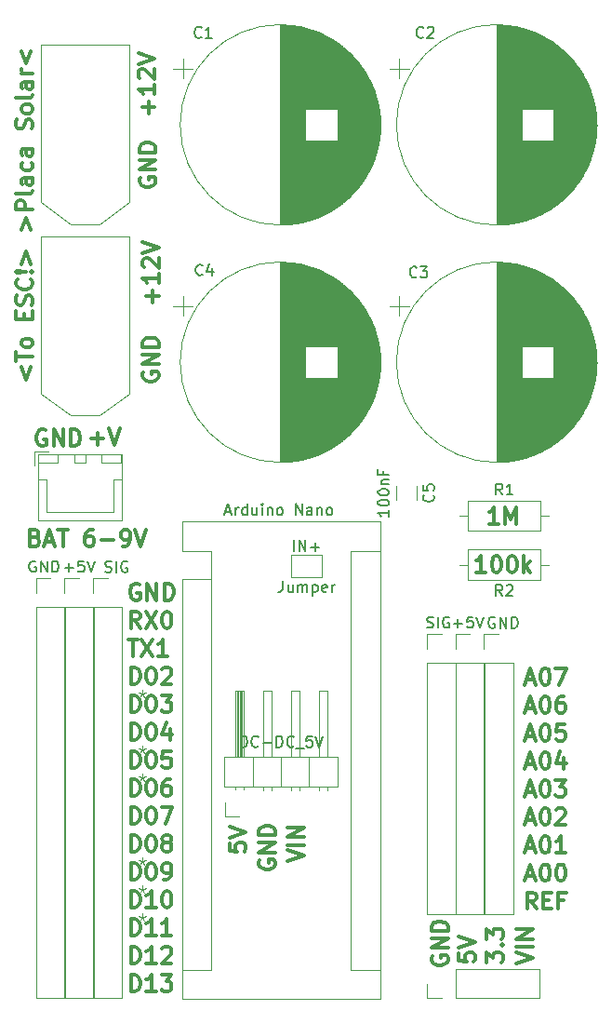
<source format=gto>
G04 #@! TF.GenerationSoftware,KiCad,Pcbnew,(5.0.1-3-g963ef8bb5)*
G04 #@! TF.CreationDate,2018-11-29T22:46:30+01:00*
G04 #@! TF.ProjectId,condensadores,636F6E64656E7361646F7265732E6B69,rev?*
G04 #@! TF.SameCoordinates,Original*
G04 #@! TF.FileFunction,Legend,Top*
G04 #@! TF.FilePolarity,Positive*
%FSLAX46Y46*%
G04 Gerber Fmt 4.6, Leading zero omitted, Abs format (unit mm)*
G04 Created by KiCad (PCBNEW (5.0.1-3-g963ef8bb5)) date jueves, 29 de noviembre de 2018, 22:46:30*
%MOMM*%
%LPD*%
G01*
G04 APERTURE LIST*
%ADD10C,0.100000*%
%ADD11C,0.300000*%
%ADD12C,0.120000*%
%ADD13C,0.150000*%
%ADD14C,6.102000*%
%ADD15C,1.802000*%
%ADD16O,1.802000X2.102000*%
%ADD17O,1.802000X1.802000*%
%ADD18R,1.802000X1.802000*%
%ADD19R,1.702000X1.702000*%
%ADD20O,1.702000X1.702000*%
%ADD21C,1.882000*%
%ADD22R,2.502000X2.502000*%
%ADD23C,2.502000*%
%ADD24C,1.702000*%
%ADD25R,1.102000X1.602000*%
G04 APERTURE END LIST*
D10*
X81342856Y-140935713D02*
X81342856Y-141292856D01*
X80985713Y-141149999D02*
X81342856Y-141292856D01*
X81699998Y-141149999D01*
X81128570Y-141578570D02*
X81342856Y-141292856D01*
X81557141Y-141578570D01*
X81342856Y-153649998D02*
X81342856Y-154007141D01*
X80985713Y-153864284D02*
X81342856Y-154007141D01*
X81699998Y-153864284D01*
X81128570Y-154292855D02*
X81342856Y-154007141D01*
X81557141Y-154292855D01*
X81342856Y-156192855D02*
X81342856Y-156549998D01*
X80985713Y-156407141D02*
X81342856Y-156549998D01*
X81699998Y-156407141D01*
X81128570Y-156835712D02*
X81342856Y-156549998D01*
X81557141Y-156835712D01*
X81342856Y-151107141D02*
X81342856Y-151464284D01*
X80985713Y-151321427D02*
X81342856Y-151464284D01*
X81699998Y-151321427D01*
X81128570Y-151749998D02*
X81342856Y-151464284D01*
X81557141Y-151749998D01*
X81342856Y-135849999D02*
X81342856Y-136207142D01*
X80985713Y-136064285D02*
X81342856Y-136207142D01*
X81699998Y-136064285D01*
X81128570Y-136492856D02*
X81342856Y-136207142D01*
X81557141Y-136492856D01*
X81342856Y-143478570D02*
X81342856Y-143835713D01*
X80985713Y-143692856D02*
X81342856Y-143835713D01*
X81699998Y-143692856D01*
X81128570Y-144121427D02*
X81342856Y-143835713D01*
X81557141Y-144121427D01*
D11*
X94578571Y-151442857D02*
X96078571Y-150942857D01*
X94578571Y-150442857D01*
X96078571Y-149942857D02*
X94578571Y-149942857D01*
X96078571Y-149228571D02*
X94578571Y-149228571D01*
X96078571Y-148371428D01*
X94578571Y-148371428D01*
X92050000Y-151342857D02*
X91978571Y-151485714D01*
X91978571Y-151700000D01*
X92050000Y-151914285D01*
X92192857Y-152057142D01*
X92335714Y-152128571D01*
X92621428Y-152200000D01*
X92835714Y-152200000D01*
X93121428Y-152128571D01*
X93264285Y-152057142D01*
X93407142Y-151914285D01*
X93478571Y-151700000D01*
X93478571Y-151557142D01*
X93407142Y-151342857D01*
X93335714Y-151271428D01*
X92835714Y-151271428D01*
X92835714Y-151557142D01*
X93478571Y-150628571D02*
X91978571Y-150628571D01*
X93478571Y-149771428D01*
X91978571Y-149771428D01*
X93478571Y-149057142D02*
X91978571Y-149057142D01*
X91978571Y-148700000D01*
X92050000Y-148485714D01*
X92192857Y-148342857D01*
X92335714Y-148271428D01*
X92621428Y-148200000D01*
X92835714Y-148200000D01*
X93121428Y-148271428D01*
X93264285Y-148342857D01*
X93407142Y-148485714D01*
X93478571Y-148700000D01*
X93478571Y-149057142D01*
X89278571Y-149785714D02*
X89278571Y-150500000D01*
X89992857Y-150571428D01*
X89921428Y-150500000D01*
X89850000Y-150357142D01*
X89850000Y-150000000D01*
X89921428Y-149857142D01*
X89992857Y-149785714D01*
X90135714Y-149714285D01*
X90492857Y-149714285D01*
X90635714Y-149785714D01*
X90707142Y-149857142D01*
X90778571Y-150000000D01*
X90778571Y-150357142D01*
X90707142Y-150500000D01*
X90635714Y-150571428D01*
X89278571Y-149285714D02*
X90778571Y-148785714D01*
X89278571Y-148285714D01*
X117242857Y-155778571D02*
X116742857Y-155064285D01*
X116385714Y-155778571D02*
X116385714Y-154278571D01*
X116957142Y-154278571D01*
X117100000Y-154350000D01*
X117171428Y-154421428D01*
X117242857Y-154564285D01*
X117242857Y-154778571D01*
X117171428Y-154921428D01*
X117100000Y-154992857D01*
X116957142Y-155064285D01*
X116385714Y-155064285D01*
X117885714Y-154992857D02*
X118385714Y-154992857D01*
X118600000Y-155778571D02*
X117885714Y-155778571D01*
X117885714Y-154278571D01*
X118600000Y-154278571D01*
X119742857Y-154992857D02*
X119242857Y-154992857D01*
X119242857Y-155778571D02*
X119242857Y-154278571D01*
X119957142Y-154278571D01*
X116314285Y-152800000D02*
X117028571Y-152800000D01*
X116171428Y-153228571D02*
X116671428Y-151728571D01*
X117171428Y-153228571D01*
X117957142Y-151728571D02*
X118100000Y-151728571D01*
X118242857Y-151800000D01*
X118314285Y-151871428D01*
X118385714Y-152014285D01*
X118457142Y-152300000D01*
X118457142Y-152657142D01*
X118385714Y-152942857D01*
X118314285Y-153085714D01*
X118242857Y-153157142D01*
X118100000Y-153228571D01*
X117957142Y-153228571D01*
X117814285Y-153157142D01*
X117742857Y-153085714D01*
X117671428Y-152942857D01*
X117600000Y-152657142D01*
X117600000Y-152300000D01*
X117671428Y-152014285D01*
X117742857Y-151871428D01*
X117814285Y-151800000D01*
X117957142Y-151728571D01*
X119385714Y-151728571D02*
X119528571Y-151728571D01*
X119671428Y-151800000D01*
X119742857Y-151871428D01*
X119814285Y-152014285D01*
X119885714Y-152300000D01*
X119885714Y-152657142D01*
X119814285Y-152942857D01*
X119742857Y-153085714D01*
X119671428Y-153157142D01*
X119528571Y-153228571D01*
X119385714Y-153228571D01*
X119242857Y-153157142D01*
X119171428Y-153085714D01*
X119100000Y-152942857D01*
X119028571Y-152657142D01*
X119028571Y-152300000D01*
X119100000Y-152014285D01*
X119171428Y-151871428D01*
X119242857Y-151800000D01*
X119385714Y-151728571D01*
X116314285Y-150250000D02*
X117028571Y-150250000D01*
X116171428Y-150678571D02*
X116671428Y-149178571D01*
X117171428Y-150678571D01*
X117957142Y-149178571D02*
X118100000Y-149178571D01*
X118242857Y-149250000D01*
X118314285Y-149321428D01*
X118385714Y-149464285D01*
X118457142Y-149750000D01*
X118457142Y-150107142D01*
X118385714Y-150392857D01*
X118314285Y-150535714D01*
X118242857Y-150607142D01*
X118100000Y-150678571D01*
X117957142Y-150678571D01*
X117814285Y-150607142D01*
X117742857Y-150535714D01*
X117671428Y-150392857D01*
X117600000Y-150107142D01*
X117600000Y-149750000D01*
X117671428Y-149464285D01*
X117742857Y-149321428D01*
X117814285Y-149250000D01*
X117957142Y-149178571D01*
X119885714Y-150678571D02*
X119028571Y-150678571D01*
X119457142Y-150678571D02*
X119457142Y-149178571D01*
X119314285Y-149392857D01*
X119171428Y-149535714D01*
X119028571Y-149607142D01*
X116314285Y-147700000D02*
X117028571Y-147700000D01*
X116171428Y-148128571D02*
X116671428Y-146628571D01*
X117171428Y-148128571D01*
X117957142Y-146628571D02*
X118100000Y-146628571D01*
X118242857Y-146700000D01*
X118314285Y-146771428D01*
X118385714Y-146914285D01*
X118457142Y-147200000D01*
X118457142Y-147557142D01*
X118385714Y-147842857D01*
X118314285Y-147985714D01*
X118242857Y-148057142D01*
X118100000Y-148128571D01*
X117957142Y-148128571D01*
X117814285Y-148057142D01*
X117742857Y-147985714D01*
X117671428Y-147842857D01*
X117600000Y-147557142D01*
X117600000Y-147200000D01*
X117671428Y-146914285D01*
X117742857Y-146771428D01*
X117814285Y-146700000D01*
X117957142Y-146628571D01*
X119028571Y-146771428D02*
X119100000Y-146700000D01*
X119242857Y-146628571D01*
X119600000Y-146628571D01*
X119742857Y-146700000D01*
X119814285Y-146771428D01*
X119885714Y-146914285D01*
X119885714Y-147057142D01*
X119814285Y-147271428D01*
X118957142Y-148128571D01*
X119885714Y-148128571D01*
X116314285Y-145150000D02*
X117028571Y-145150000D01*
X116171428Y-145578571D02*
X116671428Y-144078571D01*
X117171428Y-145578571D01*
X117957142Y-144078571D02*
X118100000Y-144078571D01*
X118242857Y-144150000D01*
X118314285Y-144221428D01*
X118385714Y-144364285D01*
X118457142Y-144650000D01*
X118457142Y-145007142D01*
X118385714Y-145292857D01*
X118314285Y-145435714D01*
X118242857Y-145507142D01*
X118100000Y-145578571D01*
X117957142Y-145578571D01*
X117814285Y-145507142D01*
X117742857Y-145435714D01*
X117671428Y-145292857D01*
X117600000Y-145007142D01*
X117600000Y-144650000D01*
X117671428Y-144364285D01*
X117742857Y-144221428D01*
X117814285Y-144150000D01*
X117957142Y-144078571D01*
X118957142Y-144078571D02*
X119885714Y-144078571D01*
X119385714Y-144650000D01*
X119600000Y-144650000D01*
X119742857Y-144721428D01*
X119814285Y-144792857D01*
X119885714Y-144935714D01*
X119885714Y-145292857D01*
X119814285Y-145435714D01*
X119742857Y-145507142D01*
X119600000Y-145578571D01*
X119171428Y-145578571D01*
X119028571Y-145507142D01*
X118957142Y-145435714D01*
X116314285Y-142600000D02*
X117028571Y-142600000D01*
X116171428Y-143028571D02*
X116671428Y-141528571D01*
X117171428Y-143028571D01*
X117957142Y-141528571D02*
X118100000Y-141528571D01*
X118242857Y-141600000D01*
X118314285Y-141671428D01*
X118385714Y-141814285D01*
X118457142Y-142100000D01*
X118457142Y-142457142D01*
X118385714Y-142742857D01*
X118314285Y-142885714D01*
X118242857Y-142957142D01*
X118100000Y-143028571D01*
X117957142Y-143028571D01*
X117814285Y-142957142D01*
X117742857Y-142885714D01*
X117671428Y-142742857D01*
X117600000Y-142457142D01*
X117600000Y-142100000D01*
X117671428Y-141814285D01*
X117742857Y-141671428D01*
X117814285Y-141600000D01*
X117957142Y-141528571D01*
X119742857Y-142028571D02*
X119742857Y-143028571D01*
X119385714Y-141457142D02*
X119028571Y-142528571D01*
X119957142Y-142528571D01*
X116314285Y-140050000D02*
X117028571Y-140050000D01*
X116171428Y-140478571D02*
X116671428Y-138978571D01*
X117171428Y-140478571D01*
X117957142Y-138978571D02*
X118100000Y-138978571D01*
X118242857Y-139050000D01*
X118314285Y-139121428D01*
X118385714Y-139264285D01*
X118457142Y-139550000D01*
X118457142Y-139907142D01*
X118385714Y-140192857D01*
X118314285Y-140335714D01*
X118242857Y-140407142D01*
X118100000Y-140478571D01*
X117957142Y-140478571D01*
X117814285Y-140407142D01*
X117742857Y-140335714D01*
X117671428Y-140192857D01*
X117600000Y-139907142D01*
X117600000Y-139550000D01*
X117671428Y-139264285D01*
X117742857Y-139121428D01*
X117814285Y-139050000D01*
X117957142Y-138978571D01*
X119814285Y-138978571D02*
X119100000Y-138978571D01*
X119028571Y-139692857D01*
X119100000Y-139621428D01*
X119242857Y-139550000D01*
X119600000Y-139550000D01*
X119742857Y-139621428D01*
X119814285Y-139692857D01*
X119885714Y-139835714D01*
X119885714Y-140192857D01*
X119814285Y-140335714D01*
X119742857Y-140407142D01*
X119600000Y-140478571D01*
X119242857Y-140478571D01*
X119100000Y-140407142D01*
X119028571Y-140335714D01*
X116314285Y-137500000D02*
X117028571Y-137500000D01*
X116171428Y-137928571D02*
X116671428Y-136428571D01*
X117171428Y-137928571D01*
X117957142Y-136428571D02*
X118100000Y-136428571D01*
X118242857Y-136500000D01*
X118314285Y-136571428D01*
X118385714Y-136714285D01*
X118457142Y-137000000D01*
X118457142Y-137357142D01*
X118385714Y-137642857D01*
X118314285Y-137785714D01*
X118242857Y-137857142D01*
X118100000Y-137928571D01*
X117957142Y-137928571D01*
X117814285Y-137857142D01*
X117742857Y-137785714D01*
X117671428Y-137642857D01*
X117600000Y-137357142D01*
X117600000Y-137000000D01*
X117671428Y-136714285D01*
X117742857Y-136571428D01*
X117814285Y-136500000D01*
X117957142Y-136428571D01*
X119742857Y-136428571D02*
X119457142Y-136428571D01*
X119314285Y-136500000D01*
X119242857Y-136571428D01*
X119100000Y-136785714D01*
X119028571Y-137071428D01*
X119028571Y-137642857D01*
X119100000Y-137785714D01*
X119171428Y-137857142D01*
X119314285Y-137928571D01*
X119600000Y-137928571D01*
X119742857Y-137857142D01*
X119814285Y-137785714D01*
X119885714Y-137642857D01*
X119885714Y-137285714D01*
X119814285Y-137142857D01*
X119742857Y-137071428D01*
X119600000Y-137000000D01*
X119314285Y-137000000D01*
X119171428Y-137071428D01*
X119100000Y-137142857D01*
X119028571Y-137285714D01*
X116314285Y-134950000D02*
X117028571Y-134950000D01*
X116171428Y-135378571D02*
X116671428Y-133878571D01*
X117171428Y-135378571D01*
X117957142Y-133878571D02*
X118100000Y-133878571D01*
X118242857Y-133950000D01*
X118314285Y-134021428D01*
X118385714Y-134164285D01*
X118457142Y-134450000D01*
X118457142Y-134807142D01*
X118385714Y-135092857D01*
X118314285Y-135235714D01*
X118242857Y-135307142D01*
X118100000Y-135378571D01*
X117957142Y-135378571D01*
X117814285Y-135307142D01*
X117742857Y-135235714D01*
X117671428Y-135092857D01*
X117600000Y-134807142D01*
X117600000Y-134450000D01*
X117671428Y-134164285D01*
X117742857Y-134021428D01*
X117814285Y-133950000D01*
X117957142Y-133878571D01*
X118957142Y-133878571D02*
X119957142Y-133878571D01*
X119314285Y-135378571D01*
X107750000Y-160042857D02*
X107678571Y-160185714D01*
X107678571Y-160400000D01*
X107750000Y-160614285D01*
X107892857Y-160757142D01*
X108035714Y-160828571D01*
X108321428Y-160900000D01*
X108535714Y-160900000D01*
X108821428Y-160828571D01*
X108964285Y-160757142D01*
X109107142Y-160614285D01*
X109178571Y-160400000D01*
X109178571Y-160257142D01*
X109107142Y-160042857D01*
X109035714Y-159971428D01*
X108535714Y-159971428D01*
X108535714Y-160257142D01*
X109178571Y-159328571D02*
X107678571Y-159328571D01*
X109178571Y-158471428D01*
X107678571Y-158471428D01*
X109178571Y-157757142D02*
X107678571Y-157757142D01*
X107678571Y-157400000D01*
X107750000Y-157185714D01*
X107892857Y-157042857D01*
X108035714Y-156971428D01*
X108321428Y-156900000D01*
X108535714Y-156900000D01*
X108821428Y-156971428D01*
X108964285Y-157042857D01*
X109107142Y-157185714D01*
X109178571Y-157400000D01*
X109178571Y-157757142D01*
X115378571Y-160714286D02*
X116878571Y-160214286D01*
X115378571Y-159714286D01*
X116878571Y-159214286D02*
X115378571Y-159214286D01*
X116878571Y-158500000D02*
X115378571Y-158500000D01*
X116878571Y-157642857D01*
X115378571Y-157642857D01*
X110178571Y-159785714D02*
X110178571Y-160500000D01*
X110892857Y-160571428D01*
X110821428Y-160500000D01*
X110750000Y-160357142D01*
X110750000Y-160000000D01*
X110821428Y-159857142D01*
X110892857Y-159785714D01*
X111035714Y-159714285D01*
X111392857Y-159714285D01*
X111535714Y-159785714D01*
X111607142Y-159857142D01*
X111678571Y-160000000D01*
X111678571Y-160357142D01*
X111607142Y-160500000D01*
X111535714Y-160571428D01*
X110178571Y-159285714D02*
X111678571Y-158785714D01*
X110178571Y-158285714D01*
X112678571Y-160642857D02*
X112678571Y-159714286D01*
X113250000Y-160214286D01*
X113250000Y-160000000D01*
X113321428Y-159857143D01*
X113392857Y-159785714D01*
X113535714Y-159714286D01*
X113892857Y-159714286D01*
X114035714Y-159785714D01*
X114107142Y-159857143D01*
X114178571Y-160000000D01*
X114178571Y-160428571D01*
X114107142Y-160571429D01*
X114035714Y-160642857D01*
X114035714Y-159071429D02*
X114107142Y-159000000D01*
X114178571Y-159071429D01*
X114107142Y-159142857D01*
X114035714Y-159071429D01*
X114178571Y-159071429D01*
X112678571Y-158500000D02*
X112678571Y-157571429D01*
X113250000Y-158071429D01*
X113250000Y-157857143D01*
X113321428Y-157714286D01*
X113392857Y-157642857D01*
X113535714Y-157571429D01*
X113892857Y-157571429D01*
X114035714Y-157642857D01*
X114107142Y-157714286D01*
X114178571Y-157857143D01*
X114178571Y-158285714D01*
X114107142Y-158428571D01*
X114035714Y-158500000D01*
X80307141Y-163278569D02*
X80307141Y-161778569D01*
X80664284Y-161778569D01*
X80878570Y-161849998D01*
X81021427Y-161992855D01*
X81092855Y-162135712D01*
X81164284Y-162421426D01*
X81164284Y-162635712D01*
X81092855Y-162921426D01*
X81021427Y-163064283D01*
X80878570Y-163207140D01*
X80664284Y-163278569D01*
X80307141Y-163278569D01*
X82592855Y-163278569D02*
X81735712Y-163278569D01*
X82164284Y-163278569D02*
X82164284Y-161778569D01*
X82021427Y-161992855D01*
X81878570Y-162135712D01*
X81735712Y-162207140D01*
X83092855Y-161778569D02*
X84021427Y-161778569D01*
X83521427Y-162349998D01*
X83735712Y-162349998D01*
X83878570Y-162421426D01*
X83949998Y-162492855D01*
X84021427Y-162635712D01*
X84021427Y-162992855D01*
X83949998Y-163135712D01*
X83878570Y-163207140D01*
X83735712Y-163278569D01*
X83307141Y-163278569D01*
X83164284Y-163207140D01*
X83092855Y-163135712D01*
X80307141Y-160735712D02*
X80307141Y-159235712D01*
X80664284Y-159235712D01*
X80878570Y-159307141D01*
X81021427Y-159449998D01*
X81092855Y-159592855D01*
X81164284Y-159878569D01*
X81164284Y-160092855D01*
X81092855Y-160378569D01*
X81021427Y-160521426D01*
X80878570Y-160664283D01*
X80664284Y-160735712D01*
X80307141Y-160735712D01*
X82592855Y-160735712D02*
X81735712Y-160735712D01*
X82164284Y-160735712D02*
X82164284Y-159235712D01*
X82021427Y-159449998D01*
X81878570Y-159592855D01*
X81735712Y-159664283D01*
X83164284Y-159378569D02*
X83235712Y-159307141D01*
X83378570Y-159235712D01*
X83735712Y-159235712D01*
X83878570Y-159307141D01*
X83949998Y-159378569D01*
X84021427Y-159521426D01*
X84021427Y-159664283D01*
X83949998Y-159878569D01*
X83092855Y-160735712D01*
X84021427Y-160735712D01*
X80307141Y-158192855D02*
X80307141Y-156692855D01*
X80664284Y-156692855D01*
X80878570Y-156764284D01*
X81021427Y-156907141D01*
X81092855Y-157049998D01*
X81164284Y-157335712D01*
X81164284Y-157549998D01*
X81092855Y-157835712D01*
X81021427Y-157978569D01*
X80878570Y-158121426D01*
X80664284Y-158192855D01*
X80307141Y-158192855D01*
X82592855Y-158192855D02*
X81735712Y-158192855D01*
X82164284Y-158192855D02*
X82164284Y-156692855D01*
X82021427Y-156907141D01*
X81878570Y-157049998D01*
X81735712Y-157121426D01*
X84021427Y-158192855D02*
X83164284Y-158192855D01*
X83592855Y-158192855D02*
X83592855Y-156692855D01*
X83449998Y-156907141D01*
X83307141Y-157049998D01*
X83164284Y-157121426D01*
X80307141Y-155649998D02*
X80307141Y-154149998D01*
X80664284Y-154149998D01*
X80878570Y-154221427D01*
X81021427Y-154364284D01*
X81092855Y-154507141D01*
X81164284Y-154792855D01*
X81164284Y-155007141D01*
X81092855Y-155292855D01*
X81021427Y-155435712D01*
X80878570Y-155578569D01*
X80664284Y-155649998D01*
X80307141Y-155649998D01*
X82592855Y-155649998D02*
X81735712Y-155649998D01*
X82164284Y-155649998D02*
X82164284Y-154149998D01*
X82021427Y-154364284D01*
X81878570Y-154507141D01*
X81735712Y-154578569D01*
X83521427Y-154149998D02*
X83664284Y-154149998D01*
X83807141Y-154221427D01*
X83878570Y-154292855D01*
X83949998Y-154435712D01*
X84021427Y-154721427D01*
X84021427Y-155078569D01*
X83949998Y-155364284D01*
X83878570Y-155507141D01*
X83807141Y-155578569D01*
X83664284Y-155649998D01*
X83521427Y-155649998D01*
X83378570Y-155578569D01*
X83307141Y-155507141D01*
X83235712Y-155364284D01*
X83164284Y-155078569D01*
X83164284Y-154721427D01*
X83235712Y-154435712D01*
X83307141Y-154292855D01*
X83378570Y-154221427D01*
X83521427Y-154149998D01*
X80307141Y-153107141D02*
X80307141Y-151607141D01*
X80664284Y-151607141D01*
X80878570Y-151678570D01*
X81021427Y-151821427D01*
X81092855Y-151964284D01*
X81164284Y-152249998D01*
X81164284Y-152464284D01*
X81092855Y-152749998D01*
X81021427Y-152892855D01*
X80878570Y-153035712D01*
X80664284Y-153107141D01*
X80307141Y-153107141D01*
X82092855Y-151607141D02*
X82235712Y-151607141D01*
X82378570Y-151678570D01*
X82449998Y-151749998D01*
X82521427Y-151892855D01*
X82592855Y-152178570D01*
X82592855Y-152535712D01*
X82521427Y-152821427D01*
X82449998Y-152964284D01*
X82378570Y-153035712D01*
X82235712Y-153107141D01*
X82092855Y-153107141D01*
X81949998Y-153035712D01*
X81878570Y-152964284D01*
X81807141Y-152821427D01*
X81735712Y-152535712D01*
X81735712Y-152178570D01*
X81807141Y-151892855D01*
X81878570Y-151749998D01*
X81949998Y-151678570D01*
X82092855Y-151607141D01*
X83307141Y-153107141D02*
X83592855Y-153107141D01*
X83735712Y-153035712D01*
X83807141Y-152964284D01*
X83949998Y-152749998D01*
X84021427Y-152464284D01*
X84021427Y-151892855D01*
X83949998Y-151749998D01*
X83878570Y-151678570D01*
X83735712Y-151607141D01*
X83449998Y-151607141D01*
X83307141Y-151678570D01*
X83235712Y-151749998D01*
X83164284Y-151892855D01*
X83164284Y-152249998D01*
X83235712Y-152392855D01*
X83307141Y-152464284D01*
X83449998Y-152535712D01*
X83735712Y-152535712D01*
X83878570Y-152464284D01*
X83949998Y-152392855D01*
X84021427Y-152249998D01*
X80307141Y-150564284D02*
X80307141Y-149064284D01*
X80664284Y-149064284D01*
X80878570Y-149135713D01*
X81021427Y-149278570D01*
X81092855Y-149421427D01*
X81164284Y-149707141D01*
X81164284Y-149921427D01*
X81092855Y-150207141D01*
X81021427Y-150349998D01*
X80878570Y-150492855D01*
X80664284Y-150564284D01*
X80307141Y-150564284D01*
X82092855Y-149064284D02*
X82235712Y-149064284D01*
X82378570Y-149135713D01*
X82449998Y-149207141D01*
X82521427Y-149349998D01*
X82592855Y-149635713D01*
X82592855Y-149992855D01*
X82521427Y-150278570D01*
X82449998Y-150421427D01*
X82378570Y-150492855D01*
X82235712Y-150564284D01*
X82092855Y-150564284D01*
X81949998Y-150492855D01*
X81878570Y-150421427D01*
X81807141Y-150278570D01*
X81735712Y-149992855D01*
X81735712Y-149635713D01*
X81807141Y-149349998D01*
X81878570Y-149207141D01*
X81949998Y-149135713D01*
X82092855Y-149064284D01*
X83449998Y-149707141D02*
X83307141Y-149635713D01*
X83235712Y-149564284D01*
X83164284Y-149421427D01*
X83164284Y-149349998D01*
X83235712Y-149207141D01*
X83307141Y-149135713D01*
X83449998Y-149064284D01*
X83735712Y-149064284D01*
X83878570Y-149135713D01*
X83949998Y-149207141D01*
X84021427Y-149349998D01*
X84021427Y-149421427D01*
X83949998Y-149564284D01*
X83878570Y-149635713D01*
X83735712Y-149707141D01*
X83449998Y-149707141D01*
X83307141Y-149778570D01*
X83235712Y-149849998D01*
X83164284Y-149992855D01*
X83164284Y-150278570D01*
X83235712Y-150421427D01*
X83307141Y-150492855D01*
X83449998Y-150564284D01*
X83735712Y-150564284D01*
X83878570Y-150492855D01*
X83949998Y-150421427D01*
X84021427Y-150278570D01*
X84021427Y-149992855D01*
X83949998Y-149849998D01*
X83878570Y-149778570D01*
X83735712Y-149707141D01*
X80307141Y-148021427D02*
X80307141Y-146521427D01*
X80664284Y-146521427D01*
X80878570Y-146592856D01*
X81021427Y-146735713D01*
X81092855Y-146878570D01*
X81164284Y-147164284D01*
X81164284Y-147378570D01*
X81092855Y-147664284D01*
X81021427Y-147807141D01*
X80878570Y-147949998D01*
X80664284Y-148021427D01*
X80307141Y-148021427D01*
X82092855Y-146521427D02*
X82235712Y-146521427D01*
X82378570Y-146592856D01*
X82449998Y-146664284D01*
X82521427Y-146807141D01*
X82592855Y-147092856D01*
X82592855Y-147449998D01*
X82521427Y-147735713D01*
X82449998Y-147878570D01*
X82378570Y-147949998D01*
X82235712Y-148021427D01*
X82092855Y-148021427D01*
X81949998Y-147949998D01*
X81878570Y-147878570D01*
X81807141Y-147735713D01*
X81735712Y-147449998D01*
X81735712Y-147092856D01*
X81807141Y-146807141D01*
X81878570Y-146664284D01*
X81949998Y-146592856D01*
X82092855Y-146521427D01*
X83092855Y-146521427D02*
X84092855Y-146521427D01*
X83449998Y-148021427D01*
X80307141Y-145478570D02*
X80307141Y-143978570D01*
X80664284Y-143978570D01*
X80878570Y-144049999D01*
X81021427Y-144192856D01*
X81092855Y-144335713D01*
X81164284Y-144621427D01*
X81164284Y-144835713D01*
X81092855Y-145121427D01*
X81021427Y-145264284D01*
X80878570Y-145407141D01*
X80664284Y-145478570D01*
X80307141Y-145478570D01*
X82092855Y-143978570D02*
X82235712Y-143978570D01*
X82378570Y-144049999D01*
X82449998Y-144121427D01*
X82521427Y-144264284D01*
X82592855Y-144549999D01*
X82592855Y-144907141D01*
X82521427Y-145192856D01*
X82449998Y-145335713D01*
X82378570Y-145407141D01*
X82235712Y-145478570D01*
X82092855Y-145478570D01*
X81949998Y-145407141D01*
X81878570Y-145335713D01*
X81807141Y-145192856D01*
X81735712Y-144907141D01*
X81735712Y-144549999D01*
X81807141Y-144264284D01*
X81878570Y-144121427D01*
X81949998Y-144049999D01*
X82092855Y-143978570D01*
X83878570Y-143978570D02*
X83592855Y-143978570D01*
X83449998Y-144049999D01*
X83378570Y-144121427D01*
X83235712Y-144335713D01*
X83164284Y-144621427D01*
X83164284Y-145192856D01*
X83235712Y-145335713D01*
X83307141Y-145407141D01*
X83449998Y-145478570D01*
X83735712Y-145478570D01*
X83878570Y-145407141D01*
X83949998Y-145335713D01*
X84021427Y-145192856D01*
X84021427Y-144835713D01*
X83949998Y-144692856D01*
X83878570Y-144621427D01*
X83735712Y-144549999D01*
X83449998Y-144549999D01*
X83307141Y-144621427D01*
X83235712Y-144692856D01*
X83164284Y-144835713D01*
X80307141Y-142935713D02*
X80307141Y-141435713D01*
X80664284Y-141435713D01*
X80878570Y-141507142D01*
X81021427Y-141649999D01*
X81092855Y-141792856D01*
X81164284Y-142078570D01*
X81164284Y-142292856D01*
X81092855Y-142578570D01*
X81021427Y-142721427D01*
X80878570Y-142864284D01*
X80664284Y-142935713D01*
X80307141Y-142935713D01*
X82092855Y-141435713D02*
X82235712Y-141435713D01*
X82378570Y-141507142D01*
X82449998Y-141578570D01*
X82521427Y-141721427D01*
X82592855Y-142007142D01*
X82592855Y-142364284D01*
X82521427Y-142649999D01*
X82449998Y-142792856D01*
X82378570Y-142864284D01*
X82235712Y-142935713D01*
X82092855Y-142935713D01*
X81949998Y-142864284D01*
X81878570Y-142792856D01*
X81807141Y-142649999D01*
X81735712Y-142364284D01*
X81735712Y-142007142D01*
X81807141Y-141721427D01*
X81878570Y-141578570D01*
X81949998Y-141507142D01*
X82092855Y-141435713D01*
X83949998Y-141435713D02*
X83235712Y-141435713D01*
X83164284Y-142149999D01*
X83235712Y-142078570D01*
X83378570Y-142007142D01*
X83735712Y-142007142D01*
X83878570Y-142078570D01*
X83949998Y-142149999D01*
X84021427Y-142292856D01*
X84021427Y-142649999D01*
X83949998Y-142792856D01*
X83878570Y-142864284D01*
X83735712Y-142935713D01*
X83378570Y-142935713D01*
X83235712Y-142864284D01*
X83164284Y-142792856D01*
X80307141Y-140392856D02*
X80307141Y-138892856D01*
X80664284Y-138892856D01*
X80878570Y-138964285D01*
X81021427Y-139107142D01*
X81092855Y-139249999D01*
X81164284Y-139535713D01*
X81164284Y-139749999D01*
X81092855Y-140035713D01*
X81021427Y-140178570D01*
X80878570Y-140321427D01*
X80664284Y-140392856D01*
X80307141Y-140392856D01*
X82092855Y-138892856D02*
X82235712Y-138892856D01*
X82378570Y-138964285D01*
X82449998Y-139035713D01*
X82521427Y-139178570D01*
X82592855Y-139464285D01*
X82592855Y-139821427D01*
X82521427Y-140107142D01*
X82449998Y-140249999D01*
X82378570Y-140321427D01*
X82235712Y-140392856D01*
X82092855Y-140392856D01*
X81949998Y-140321427D01*
X81878570Y-140249999D01*
X81807141Y-140107142D01*
X81735712Y-139821427D01*
X81735712Y-139464285D01*
X81807141Y-139178570D01*
X81878570Y-139035713D01*
X81949998Y-138964285D01*
X82092855Y-138892856D01*
X83878570Y-139392856D02*
X83878570Y-140392856D01*
X83521427Y-138821427D02*
X83164284Y-139892856D01*
X84092855Y-139892856D01*
X80307141Y-137849999D02*
X80307141Y-136349999D01*
X80664284Y-136349999D01*
X80878570Y-136421428D01*
X81021427Y-136564285D01*
X81092855Y-136707142D01*
X81164284Y-136992856D01*
X81164284Y-137207142D01*
X81092855Y-137492856D01*
X81021427Y-137635713D01*
X80878570Y-137778570D01*
X80664284Y-137849999D01*
X80307141Y-137849999D01*
X82092855Y-136349999D02*
X82235712Y-136349999D01*
X82378570Y-136421428D01*
X82449998Y-136492856D01*
X82521427Y-136635713D01*
X82592855Y-136921428D01*
X82592855Y-137278570D01*
X82521427Y-137564285D01*
X82449998Y-137707142D01*
X82378570Y-137778570D01*
X82235712Y-137849999D01*
X82092855Y-137849999D01*
X81949998Y-137778570D01*
X81878570Y-137707142D01*
X81807141Y-137564285D01*
X81735712Y-137278570D01*
X81735712Y-136921428D01*
X81807141Y-136635713D01*
X81878570Y-136492856D01*
X81949998Y-136421428D01*
X82092855Y-136349999D01*
X83092855Y-136349999D02*
X84021427Y-136349999D01*
X83521427Y-136921428D01*
X83735712Y-136921428D01*
X83878570Y-136992856D01*
X83949998Y-137064285D01*
X84021427Y-137207142D01*
X84021427Y-137564285D01*
X83949998Y-137707142D01*
X83878570Y-137778570D01*
X83735712Y-137849999D01*
X83307141Y-137849999D01*
X83164284Y-137778570D01*
X83092855Y-137707142D01*
X80307141Y-135307142D02*
X80307141Y-133807142D01*
X80664284Y-133807142D01*
X80878570Y-133878571D01*
X81021427Y-134021428D01*
X81092855Y-134164285D01*
X81164284Y-134449999D01*
X81164284Y-134664285D01*
X81092855Y-134949999D01*
X81021427Y-135092856D01*
X80878570Y-135235713D01*
X80664284Y-135307142D01*
X80307141Y-135307142D01*
X82092855Y-133807142D02*
X82235712Y-133807142D01*
X82378570Y-133878571D01*
X82449998Y-133949999D01*
X82521427Y-134092856D01*
X82592855Y-134378571D01*
X82592855Y-134735713D01*
X82521427Y-135021428D01*
X82449998Y-135164285D01*
X82378570Y-135235713D01*
X82235712Y-135307142D01*
X82092855Y-135307142D01*
X81949998Y-135235713D01*
X81878570Y-135164285D01*
X81807141Y-135021428D01*
X81735712Y-134735713D01*
X81735712Y-134378571D01*
X81807141Y-134092856D01*
X81878570Y-133949999D01*
X81949998Y-133878571D01*
X82092855Y-133807142D01*
X83164284Y-133949999D02*
X83235712Y-133878571D01*
X83378570Y-133807142D01*
X83735712Y-133807142D01*
X83878570Y-133878571D01*
X83949998Y-133949999D01*
X84021427Y-134092856D01*
X84021427Y-134235713D01*
X83949998Y-134449999D01*
X83092855Y-135307142D01*
X84021427Y-135307142D01*
X80092856Y-131264285D02*
X80949999Y-131264285D01*
X80521427Y-132764285D02*
X80521427Y-131264285D01*
X81307141Y-131264285D02*
X82307141Y-132764285D01*
X82307141Y-131264285D02*
X81307141Y-132764285D01*
X83664284Y-132764285D02*
X82807141Y-132764285D01*
X83235713Y-132764285D02*
X83235713Y-131264285D01*
X83092856Y-131478571D01*
X82949999Y-131621428D01*
X82807141Y-131692856D01*
X81164284Y-130221428D02*
X80664284Y-129507142D01*
X80307141Y-130221428D02*
X80307141Y-128721428D01*
X80878570Y-128721428D01*
X81021427Y-128792857D01*
X81092855Y-128864285D01*
X81164284Y-129007142D01*
X81164284Y-129221428D01*
X81092855Y-129364285D01*
X81021427Y-129435714D01*
X80878570Y-129507142D01*
X80307141Y-129507142D01*
X81664284Y-128721428D02*
X82664284Y-130221428D01*
X82664284Y-128721428D02*
X81664284Y-130221428D01*
X83521427Y-128721428D02*
X83664284Y-128721428D01*
X83807141Y-128792857D01*
X83878570Y-128864285D01*
X83949998Y-129007142D01*
X84021427Y-129292857D01*
X84021427Y-129649999D01*
X83949998Y-129935714D01*
X83878570Y-130078571D01*
X83807141Y-130149999D01*
X83664284Y-130221428D01*
X83521427Y-130221428D01*
X83378570Y-130149999D01*
X83307141Y-130078571D01*
X83235712Y-129935714D01*
X83164284Y-129649999D01*
X83164284Y-129292857D01*
X83235712Y-129007142D01*
X83307141Y-128864285D01*
X83378570Y-128792857D01*
X83521427Y-128721428D01*
X81092855Y-126250000D02*
X80949998Y-126178571D01*
X80735713Y-126178571D01*
X80521427Y-126250000D01*
X80378570Y-126392857D01*
X80307141Y-126535714D01*
X80235713Y-126821428D01*
X80235713Y-127035714D01*
X80307141Y-127321428D01*
X80378570Y-127464285D01*
X80521427Y-127607142D01*
X80735713Y-127678571D01*
X80878570Y-127678571D01*
X81092855Y-127607142D01*
X81164284Y-127535714D01*
X81164284Y-127035714D01*
X80878570Y-127035714D01*
X81807141Y-127678571D02*
X81807141Y-126178571D01*
X82664284Y-127678571D01*
X82664284Y-126178571D01*
X83378570Y-127678571D02*
X83378570Y-126178571D01*
X83735713Y-126178571D01*
X83949998Y-126250000D01*
X84092855Y-126392857D01*
X84164284Y-126535714D01*
X84235713Y-126821428D01*
X84235713Y-127035714D01*
X84164284Y-127321428D01*
X84092855Y-127464285D01*
X83949998Y-127607142D01*
X83735713Y-127678571D01*
X83378570Y-127678571D01*
X72557142Y-112250000D02*
X72414285Y-112178571D01*
X72200000Y-112178571D01*
X71985714Y-112250000D01*
X71842857Y-112392857D01*
X71771428Y-112535714D01*
X71700000Y-112821428D01*
X71700000Y-113035714D01*
X71771428Y-113321428D01*
X71842857Y-113464285D01*
X71985714Y-113607142D01*
X72200000Y-113678571D01*
X72342857Y-113678571D01*
X72557142Y-113607142D01*
X72628571Y-113535714D01*
X72628571Y-113035714D01*
X72342857Y-113035714D01*
X73271428Y-113678571D02*
X73271428Y-112178571D01*
X74128571Y-113678571D01*
X74128571Y-112178571D01*
X74842857Y-113678571D02*
X74842857Y-112178571D01*
X75200000Y-112178571D01*
X75414285Y-112250000D01*
X75557142Y-112392857D01*
X75628571Y-112535714D01*
X75700000Y-112821428D01*
X75700000Y-113035714D01*
X75628571Y-113321428D01*
X75557142Y-113464285D01*
X75414285Y-113607142D01*
X75200000Y-113678571D01*
X74842857Y-113678571D01*
X76685714Y-113007142D02*
X77828571Y-113007142D01*
X77257142Y-113578571D02*
X77257142Y-112435714D01*
X78328571Y-112078571D02*
X78828571Y-113578571D01*
X79328571Y-112078571D01*
X71621428Y-121992857D02*
X71835714Y-122064285D01*
X71907142Y-122135714D01*
X71978571Y-122278571D01*
X71978571Y-122492857D01*
X71907142Y-122635714D01*
X71835714Y-122707142D01*
X71692857Y-122778571D01*
X71121428Y-122778571D01*
X71121428Y-121278571D01*
X71621428Y-121278571D01*
X71764285Y-121350000D01*
X71835714Y-121421428D01*
X71907142Y-121564285D01*
X71907142Y-121707142D01*
X71835714Y-121850000D01*
X71764285Y-121921428D01*
X71621428Y-121992857D01*
X71121428Y-121992857D01*
X72550000Y-122350000D02*
X73264285Y-122350000D01*
X72407142Y-122778571D02*
X72907142Y-121278571D01*
X73407142Y-122778571D01*
X73692857Y-121278571D02*
X74550000Y-121278571D01*
X74121428Y-122778571D02*
X74121428Y-121278571D01*
X76835714Y-121278571D02*
X76550000Y-121278571D01*
X76407142Y-121350000D01*
X76335714Y-121421428D01*
X76192857Y-121635714D01*
X76121428Y-121921428D01*
X76121428Y-122492857D01*
X76192857Y-122635714D01*
X76264285Y-122707142D01*
X76407142Y-122778571D01*
X76692857Y-122778571D01*
X76835714Y-122707142D01*
X76907142Y-122635714D01*
X76978571Y-122492857D01*
X76978571Y-122135714D01*
X76907142Y-121992857D01*
X76835714Y-121921428D01*
X76692857Y-121850000D01*
X76407142Y-121850000D01*
X76264285Y-121921428D01*
X76192857Y-121992857D01*
X76121428Y-122135714D01*
X77621428Y-122207142D02*
X78764285Y-122207142D01*
X79550000Y-122778571D02*
X79835714Y-122778571D01*
X79978571Y-122707142D01*
X80050000Y-122635714D01*
X80192857Y-122421428D01*
X80264285Y-122135714D01*
X80264285Y-121564285D01*
X80192857Y-121421428D01*
X80121428Y-121350000D01*
X79978571Y-121278571D01*
X79692857Y-121278571D01*
X79550000Y-121350000D01*
X79478571Y-121421428D01*
X79407142Y-121564285D01*
X79407142Y-121921428D01*
X79478571Y-122064285D01*
X79550000Y-122135714D01*
X79692857Y-122207142D01*
X79978571Y-122207142D01*
X80121428Y-122135714D01*
X80192857Y-122064285D01*
X80264285Y-121921428D01*
X80692857Y-121278571D02*
X81192857Y-122778571D01*
X81692857Y-121278571D01*
X70378571Y-94042857D02*
X70807142Y-92900000D01*
X71235714Y-94042857D01*
X71378571Y-92185714D02*
X69878571Y-92185714D01*
X69878571Y-91614285D01*
X69950000Y-91471428D01*
X70021428Y-91400000D01*
X70164285Y-91328571D01*
X70378571Y-91328571D01*
X70521428Y-91400000D01*
X70592857Y-91471428D01*
X70664285Y-91614285D01*
X70664285Y-92185714D01*
X71378571Y-90471428D02*
X71307142Y-90614285D01*
X71164285Y-90685714D01*
X69878571Y-90685714D01*
X71378571Y-89257142D02*
X70592857Y-89257142D01*
X70450000Y-89328571D01*
X70378571Y-89471428D01*
X70378571Y-89757142D01*
X70450000Y-89900000D01*
X71307142Y-89257142D02*
X71378571Y-89400000D01*
X71378571Y-89757142D01*
X71307142Y-89900000D01*
X71164285Y-89971428D01*
X71021428Y-89971428D01*
X70878571Y-89900000D01*
X70807142Y-89757142D01*
X70807142Y-89400000D01*
X70735714Y-89257142D01*
X71307142Y-87900000D02*
X71378571Y-88042857D01*
X71378571Y-88328571D01*
X71307142Y-88471428D01*
X71235714Y-88542857D01*
X71092857Y-88614285D01*
X70664285Y-88614285D01*
X70521428Y-88542857D01*
X70450000Y-88471428D01*
X70378571Y-88328571D01*
X70378571Y-88042857D01*
X70450000Y-87900000D01*
X71378571Y-86614285D02*
X70592857Y-86614285D01*
X70450000Y-86685714D01*
X70378571Y-86828571D01*
X70378571Y-87114285D01*
X70450000Y-87257142D01*
X71307142Y-86614285D02*
X71378571Y-86757142D01*
X71378571Y-87114285D01*
X71307142Y-87257142D01*
X71164285Y-87328571D01*
X71021428Y-87328571D01*
X70878571Y-87257142D01*
X70807142Y-87114285D01*
X70807142Y-86757142D01*
X70735714Y-86614285D01*
X71307142Y-84828571D02*
X71378571Y-84614285D01*
X71378571Y-84257142D01*
X71307142Y-84114285D01*
X71235714Y-84042857D01*
X71092857Y-83971428D01*
X70950000Y-83971428D01*
X70807142Y-84042857D01*
X70735714Y-84114285D01*
X70664285Y-84257142D01*
X70592857Y-84542857D01*
X70521428Y-84685714D01*
X70450000Y-84757142D01*
X70307142Y-84828571D01*
X70164285Y-84828571D01*
X70021428Y-84757142D01*
X69950000Y-84685714D01*
X69878571Y-84542857D01*
X69878571Y-84185714D01*
X69950000Y-83971428D01*
X71378571Y-83114285D02*
X71307142Y-83257142D01*
X71235714Y-83328571D01*
X71092857Y-83400000D01*
X70664285Y-83400000D01*
X70521428Y-83328571D01*
X70450000Y-83257142D01*
X70378571Y-83114285D01*
X70378571Y-82900000D01*
X70450000Y-82757142D01*
X70521428Y-82685714D01*
X70664285Y-82614285D01*
X71092857Y-82614285D01*
X71235714Y-82685714D01*
X71307142Y-82757142D01*
X71378571Y-82900000D01*
X71378571Y-83114285D01*
X71378571Y-81757142D02*
X71307142Y-81900000D01*
X71164285Y-81971428D01*
X69878571Y-81971428D01*
X71378571Y-80542857D02*
X70592857Y-80542857D01*
X70450000Y-80614285D01*
X70378571Y-80757142D01*
X70378571Y-81042857D01*
X70450000Y-81185714D01*
X71307142Y-80542857D02*
X71378571Y-80685714D01*
X71378571Y-81042857D01*
X71307142Y-81185714D01*
X71164285Y-81257142D01*
X71021428Y-81257142D01*
X70878571Y-81185714D01*
X70807142Y-81042857D01*
X70807142Y-80685714D01*
X70735714Y-80542857D01*
X71378571Y-79828571D02*
X70378571Y-79828571D01*
X70664285Y-79828571D02*
X70521428Y-79757142D01*
X70450000Y-79685714D01*
X70378571Y-79542857D01*
X70378571Y-79400000D01*
X70378571Y-77757142D02*
X70807142Y-78900000D01*
X71235714Y-77757142D01*
X70378571Y-106478571D02*
X70807142Y-107621428D01*
X71235714Y-106478571D01*
X69878571Y-105978571D02*
X69878571Y-105121428D01*
X71378571Y-105550000D02*
X69878571Y-105550000D01*
X71378571Y-104407142D02*
X71307142Y-104550000D01*
X71235714Y-104621428D01*
X71092857Y-104692857D01*
X70664285Y-104692857D01*
X70521428Y-104621428D01*
X70450000Y-104550000D01*
X70378571Y-104407142D01*
X70378571Y-104192857D01*
X70450000Y-104050000D01*
X70521428Y-103978571D01*
X70664285Y-103907142D01*
X71092857Y-103907142D01*
X71235714Y-103978571D01*
X71307142Y-104050000D01*
X71378571Y-104192857D01*
X71378571Y-104407142D01*
X70592857Y-102121428D02*
X70592857Y-101621428D01*
X71378571Y-101407142D02*
X71378571Y-102121428D01*
X69878571Y-102121428D01*
X69878571Y-101407142D01*
X71307142Y-100835714D02*
X71378571Y-100621428D01*
X71378571Y-100264285D01*
X71307142Y-100121428D01*
X71235714Y-100050000D01*
X71092857Y-99978571D01*
X70950000Y-99978571D01*
X70807142Y-100050000D01*
X70735714Y-100121428D01*
X70664285Y-100264285D01*
X70592857Y-100550000D01*
X70521428Y-100692857D01*
X70450000Y-100764285D01*
X70307142Y-100835714D01*
X70164285Y-100835714D01*
X70021428Y-100764285D01*
X69950000Y-100692857D01*
X69878571Y-100550000D01*
X69878571Y-100192857D01*
X69950000Y-99978571D01*
X71235714Y-98478571D02*
X71307142Y-98550000D01*
X71378571Y-98764285D01*
X71378571Y-98907142D01*
X71307142Y-99121428D01*
X71164285Y-99264285D01*
X71021428Y-99335714D01*
X70735714Y-99407142D01*
X70521428Y-99407142D01*
X70235714Y-99335714D01*
X70092857Y-99264285D01*
X69950000Y-99121428D01*
X69878571Y-98907142D01*
X69878571Y-98764285D01*
X69950000Y-98550000D01*
X70021428Y-98478571D01*
X71235714Y-97835714D02*
X71307142Y-97764285D01*
X71378571Y-97835714D01*
X71307142Y-97907142D01*
X71235714Y-97835714D01*
X71378571Y-97835714D01*
X70807142Y-97835714D02*
X69950000Y-97907142D01*
X69878571Y-97835714D01*
X69950000Y-97764285D01*
X70807142Y-97835714D01*
X69878571Y-97835714D01*
X70378571Y-97121428D02*
X70807142Y-95978571D01*
X71235714Y-97121428D01*
X81450000Y-106942857D02*
X81378571Y-107085714D01*
X81378571Y-107300000D01*
X81450000Y-107514285D01*
X81592857Y-107657142D01*
X81735714Y-107728571D01*
X82021428Y-107800000D01*
X82235714Y-107800000D01*
X82521428Y-107728571D01*
X82664285Y-107657142D01*
X82807142Y-107514285D01*
X82878571Y-107300000D01*
X82878571Y-107157142D01*
X82807142Y-106942857D01*
X82735714Y-106871428D01*
X82235714Y-106871428D01*
X82235714Y-107157142D01*
X82878571Y-106228571D02*
X81378571Y-106228571D01*
X82878571Y-105371428D01*
X81378571Y-105371428D01*
X82878571Y-104657142D02*
X81378571Y-104657142D01*
X81378571Y-104300000D01*
X81450000Y-104085714D01*
X81592857Y-103942857D01*
X81735714Y-103871428D01*
X82021428Y-103800000D01*
X82235714Y-103800000D01*
X82521428Y-103871428D01*
X82664285Y-103942857D01*
X82807142Y-104085714D01*
X82878571Y-104300000D01*
X82878571Y-104657142D01*
X82307142Y-100642857D02*
X82307142Y-99500000D01*
X82878571Y-100071428D02*
X81735714Y-100071428D01*
X82878571Y-98000000D02*
X82878571Y-98857142D01*
X82878571Y-98428571D02*
X81378571Y-98428571D01*
X81592857Y-98571428D01*
X81735714Y-98714285D01*
X81807142Y-98857142D01*
X81521428Y-97428571D02*
X81450000Y-97357142D01*
X81378571Y-97214285D01*
X81378571Y-96857142D01*
X81450000Y-96714285D01*
X81521428Y-96642857D01*
X81664285Y-96571428D01*
X81807142Y-96571428D01*
X82021428Y-96642857D01*
X82878571Y-97500000D01*
X82878571Y-96571428D01*
X81378571Y-96142857D02*
X82878571Y-95642857D01*
X81378571Y-95142857D01*
X81907142Y-83442857D02*
X81907142Y-82300000D01*
X82478571Y-82871428D02*
X81335714Y-82871428D01*
X82478571Y-80800000D02*
X82478571Y-81657142D01*
X82478571Y-81228571D02*
X80978571Y-81228571D01*
X81192857Y-81371428D01*
X81335714Y-81514285D01*
X81407142Y-81657142D01*
X81121428Y-80228571D02*
X81050000Y-80157142D01*
X80978571Y-80014285D01*
X80978571Y-79657142D01*
X81050000Y-79514285D01*
X81121428Y-79442857D01*
X81264285Y-79371428D01*
X81407142Y-79371428D01*
X81621428Y-79442857D01*
X82478571Y-80300000D01*
X82478571Y-79371428D01*
X80978571Y-78942857D02*
X82478571Y-78442857D01*
X80978571Y-77942857D01*
X81150000Y-89242857D02*
X81078571Y-89385714D01*
X81078571Y-89600000D01*
X81150000Y-89814285D01*
X81292857Y-89957142D01*
X81435714Y-90028571D01*
X81721428Y-90100000D01*
X81935714Y-90100000D01*
X82221428Y-90028571D01*
X82364285Y-89957142D01*
X82507142Y-89814285D01*
X82578571Y-89600000D01*
X82578571Y-89457142D01*
X82507142Y-89242857D01*
X82435714Y-89171428D01*
X81935714Y-89171428D01*
X81935714Y-89457142D01*
X82578571Y-88528571D02*
X81078571Y-88528571D01*
X82578571Y-87671428D01*
X81078571Y-87671428D01*
X82578571Y-86957142D02*
X81078571Y-86957142D01*
X81078571Y-86600000D01*
X81150000Y-86385714D01*
X81292857Y-86242857D01*
X81435714Y-86171428D01*
X81721428Y-86100000D01*
X81935714Y-86100000D01*
X82221428Y-86171428D01*
X82364285Y-86242857D01*
X82507142Y-86385714D01*
X82578571Y-86600000D01*
X82578571Y-86957142D01*
X112592857Y-125178571D02*
X111735714Y-125178571D01*
X112164285Y-125178571D02*
X112164285Y-123678571D01*
X112021428Y-123892857D01*
X111878571Y-124035714D01*
X111735714Y-124107142D01*
X113521428Y-123678571D02*
X113664285Y-123678571D01*
X113807142Y-123750000D01*
X113878571Y-123821428D01*
X113950000Y-123964285D01*
X114021428Y-124250000D01*
X114021428Y-124607142D01*
X113950000Y-124892857D01*
X113878571Y-125035714D01*
X113807142Y-125107142D01*
X113664285Y-125178571D01*
X113521428Y-125178571D01*
X113378571Y-125107142D01*
X113307142Y-125035714D01*
X113235714Y-124892857D01*
X113164285Y-124607142D01*
X113164285Y-124250000D01*
X113235714Y-123964285D01*
X113307142Y-123821428D01*
X113378571Y-123750000D01*
X113521428Y-123678571D01*
X114950000Y-123678571D02*
X115092857Y-123678571D01*
X115235714Y-123750000D01*
X115307142Y-123821428D01*
X115378571Y-123964285D01*
X115450000Y-124250000D01*
X115450000Y-124607142D01*
X115378571Y-124892857D01*
X115307142Y-125035714D01*
X115235714Y-125107142D01*
X115092857Y-125178571D01*
X114950000Y-125178571D01*
X114807142Y-125107142D01*
X114735714Y-125035714D01*
X114664285Y-124892857D01*
X114592857Y-124607142D01*
X114592857Y-124250000D01*
X114664285Y-123964285D01*
X114735714Y-123821428D01*
X114807142Y-123750000D01*
X114950000Y-123678571D01*
X116092857Y-125178571D02*
X116092857Y-123678571D01*
X116235714Y-124607142D02*
X116664285Y-125178571D01*
X116664285Y-124178571D02*
X116092857Y-124750000D01*
X113771428Y-120778571D02*
X112914285Y-120778571D01*
X113342857Y-120778571D02*
X113342857Y-119278571D01*
X113200000Y-119492857D01*
X113057142Y-119635714D01*
X112914285Y-119707142D01*
X114414285Y-120778571D02*
X114414285Y-119278571D01*
X114914285Y-120350000D01*
X115414285Y-119278571D01*
X115414285Y-120778571D01*
D10*
G04 #@! TO.C,J1*
X80150000Y-99300000D02*
X80150000Y-94600000D01*
X80150000Y-94600000D02*
X78550000Y-94600000D01*
X72150000Y-99000000D02*
X72150000Y-94800000D01*
X72150000Y-94800000D02*
X72150000Y-94700000D01*
X72150000Y-94700000D02*
X72150000Y-94600000D01*
X72150000Y-94600000D02*
X76150000Y-94600000D01*
X80150000Y-108900000D02*
X77450000Y-110900000D01*
X72150000Y-108900000D02*
X74850000Y-110900000D01*
X76150000Y-110900000D02*
X77400000Y-110900000D01*
X76150000Y-110900000D02*
X74900000Y-110900000D01*
X80150000Y-106500000D02*
X80150000Y-108900000D01*
X80150000Y-103500000D02*
X80150000Y-106500000D01*
X72150000Y-106500000D02*
X72150000Y-108900000D01*
X72150000Y-103400000D02*
X72150000Y-106500000D01*
X76050000Y-110900000D02*
X76350000Y-110900000D01*
X76150000Y-94600000D02*
X78550000Y-94600000D01*
X72150000Y-99000000D02*
X72150000Y-103400000D01*
X80150000Y-99300000D02*
X80150000Y-103500000D01*
X80150000Y-81900000D02*
X80150000Y-77200000D01*
X80150000Y-77200000D02*
X78550000Y-77200000D01*
X72150000Y-81600000D02*
X72150000Y-77400000D01*
X72150000Y-77400000D02*
X72150000Y-77300000D01*
X72150000Y-77300000D02*
X72150000Y-77200000D01*
X72150000Y-77200000D02*
X76150000Y-77200000D01*
X80150000Y-91500000D02*
X77450000Y-93500000D01*
X72150000Y-91500000D02*
X74850000Y-93500000D01*
X76150000Y-93500000D02*
X77400000Y-93500000D01*
X76150000Y-93500000D02*
X74900000Y-93500000D01*
X80150000Y-89100000D02*
X80150000Y-91500000D01*
X80150000Y-86100000D02*
X80150000Y-89100000D01*
X72150000Y-89100000D02*
X72150000Y-91500000D01*
X72150000Y-86000000D02*
X72150000Y-89100000D01*
X76050000Y-93500000D02*
X76350000Y-93500000D01*
X76150000Y-77200000D02*
X78550000Y-77200000D01*
X72150000Y-81600000D02*
X72150000Y-86000000D01*
X80150000Y-81900000D02*
X80150000Y-86100000D01*
D12*
G04 #@! TO.C,J3*
X71840000Y-114440000D02*
X71840000Y-120410000D01*
X71840000Y-120410000D02*
X79460000Y-120410000D01*
X79460000Y-120410000D02*
X79460000Y-114440000D01*
X79460000Y-114440000D02*
X71840000Y-114440000D01*
X75150000Y-114450000D02*
X75150000Y-115200000D01*
X75150000Y-115200000D02*
X76150000Y-115200000D01*
X76150000Y-115200000D02*
X76150000Y-114450000D01*
X76150000Y-114450000D02*
X75150000Y-114450000D01*
X71850000Y-114450000D02*
X71850000Y-115200000D01*
X71850000Y-115200000D02*
X73650000Y-115200000D01*
X73650000Y-115200000D02*
X73650000Y-114450000D01*
X73650000Y-114450000D02*
X71850000Y-114450000D01*
X77650000Y-114450000D02*
X77650000Y-115200000D01*
X77650000Y-115200000D02*
X79450000Y-115200000D01*
X79450000Y-115200000D02*
X79450000Y-114450000D01*
X79450000Y-114450000D02*
X77650000Y-114450000D01*
X71850000Y-116700000D02*
X72600000Y-116700000D01*
X72600000Y-116700000D02*
X72600000Y-119650000D01*
X72600000Y-119650000D02*
X75650000Y-119650000D01*
X79450000Y-116700000D02*
X78700000Y-116700000D01*
X78700000Y-116700000D02*
X78700000Y-119650000D01*
X78700000Y-119650000D02*
X75650000Y-119650000D01*
X72800000Y-114150000D02*
X71550000Y-114150000D01*
X71550000Y-114150000D02*
X71550000Y-115400000D01*
G04 #@! TO.C,DC-DC_5V*
X88900000Y-147320000D02*
X88900000Y-146050000D01*
X90170000Y-147320000D02*
X88900000Y-147320000D01*
X98170000Y-145007071D02*
X98170000Y-144610000D01*
X97410000Y-145007071D02*
X97410000Y-144610000D01*
X98170000Y-135950000D02*
X98170000Y-141950000D01*
X97410000Y-135950000D02*
X98170000Y-135950000D01*
X97410000Y-141950000D02*
X97410000Y-135950000D01*
X96520000Y-144610000D02*
X96520000Y-141950000D01*
X95630000Y-145007071D02*
X95630000Y-144610000D01*
X94870000Y-145007071D02*
X94870000Y-144610000D01*
X95630000Y-135950000D02*
X95630000Y-141950000D01*
X94870000Y-135950000D02*
X95630000Y-135950000D01*
X94870000Y-141950000D02*
X94870000Y-135950000D01*
X93980000Y-144610000D02*
X93980000Y-141950000D01*
X93090000Y-145007071D02*
X93090000Y-144610000D01*
X92330000Y-145007071D02*
X92330000Y-144610000D01*
X93090000Y-135950000D02*
X93090000Y-141950000D01*
X92330000Y-135950000D02*
X93090000Y-135950000D01*
X92330000Y-141950000D02*
X92330000Y-135950000D01*
X91440000Y-144610000D02*
X91440000Y-141950000D01*
X90550000Y-144940000D02*
X90550000Y-144610000D01*
X89790000Y-144940000D02*
X89790000Y-144610000D01*
X90450000Y-141950000D02*
X90450000Y-135950000D01*
X90330000Y-141950000D02*
X90330000Y-135950000D01*
X90210000Y-141950000D02*
X90210000Y-135950000D01*
X90090000Y-141950000D02*
X90090000Y-135950000D01*
X89970000Y-141950000D02*
X89970000Y-135950000D01*
X89850000Y-141950000D02*
X89850000Y-135950000D01*
X90550000Y-135950000D02*
X90550000Y-141950000D01*
X89790000Y-135950000D02*
X90550000Y-135950000D01*
X89790000Y-141950000D02*
X89790000Y-135950000D01*
X88840000Y-141950000D02*
X88840000Y-144610000D01*
X99120000Y-141950000D02*
X88840000Y-141950000D01*
X99120000Y-144610000D02*
X99120000Y-141950000D01*
X88840000Y-144610000D02*
X99120000Y-144610000D01*
G04 #@! TO.C,Arduino Nano*
X87630000Y-125730000D02*
X87630000Y-123190000D01*
X87630000Y-123190000D02*
X84960000Y-123190000D01*
X84960000Y-125730000D02*
X84960000Y-163960000D01*
X84960000Y-120520000D02*
X84960000Y-123190000D01*
X100330000Y-123190000D02*
X103000000Y-123190000D01*
X100330000Y-123190000D02*
X100330000Y-161290000D01*
X100330000Y-161290000D02*
X103000000Y-161290000D01*
X87630000Y-125730000D02*
X84960000Y-125730000D01*
X87630000Y-125730000D02*
X87630000Y-161290000D01*
X87630000Y-161290000D02*
X84960000Y-161290000D01*
X84960000Y-163960000D02*
X103000000Y-163960000D01*
X103000000Y-163960000D02*
X103000000Y-120520000D01*
X103000000Y-120520000D02*
X84960000Y-120520000D01*
G04 #@! TO.C,C1*
X103040000Y-84455000D02*
G75*
G03X103040000Y-84455000I-9120000J0D01*
G01*
X93920000Y-75374000D02*
X93920000Y-93536000D01*
X93960000Y-75375000D02*
X93960000Y-93535000D01*
X94000000Y-75375000D02*
X94000000Y-93535000D01*
X94040000Y-75375000D02*
X94040000Y-93535000D01*
X94080000Y-75376000D02*
X94080000Y-93534000D01*
X94120000Y-75377000D02*
X94120000Y-93533000D01*
X94160000Y-75378000D02*
X94160000Y-93532000D01*
X94200000Y-75379000D02*
X94200000Y-93531000D01*
X94240000Y-75380000D02*
X94240000Y-93530000D01*
X94280000Y-75382000D02*
X94280000Y-93528000D01*
X94320000Y-75383000D02*
X94320000Y-93527000D01*
X94360000Y-75385000D02*
X94360000Y-93525000D01*
X94400000Y-75387000D02*
X94400000Y-93523000D01*
X94440000Y-75389000D02*
X94440000Y-93521000D01*
X94480000Y-75392000D02*
X94480000Y-93518000D01*
X94520000Y-75394000D02*
X94520000Y-93516000D01*
X94560000Y-75397000D02*
X94560000Y-93513000D01*
X94600000Y-75400000D02*
X94600000Y-93510000D01*
X94641000Y-75403000D02*
X94641000Y-93507000D01*
X94681000Y-75406000D02*
X94681000Y-93504000D01*
X94721000Y-75410000D02*
X94721000Y-93500000D01*
X94761000Y-75413000D02*
X94761000Y-93497000D01*
X94801000Y-75417000D02*
X94801000Y-93493000D01*
X94841000Y-75421000D02*
X94841000Y-93489000D01*
X94881000Y-75425000D02*
X94881000Y-93485000D01*
X94921000Y-75429000D02*
X94921000Y-93481000D01*
X94961000Y-75434000D02*
X94961000Y-93476000D01*
X95001000Y-75439000D02*
X95001000Y-93471000D01*
X95041000Y-75444000D02*
X95041000Y-93466000D01*
X95081000Y-75449000D02*
X95081000Y-93461000D01*
X95121000Y-75454000D02*
X95121000Y-93456000D01*
X95161000Y-75459000D02*
X95161000Y-93451000D01*
X95201000Y-75465000D02*
X95201000Y-93445000D01*
X95241000Y-75471000D02*
X95241000Y-93439000D01*
X95281000Y-75476000D02*
X95281000Y-93434000D01*
X95321000Y-75483000D02*
X95321000Y-93427000D01*
X95361000Y-75489000D02*
X95361000Y-93421000D01*
X95401000Y-75495000D02*
X95401000Y-93415000D01*
X95441000Y-75502000D02*
X95441000Y-93408000D01*
X95481000Y-75509000D02*
X95481000Y-93401000D01*
X95521000Y-75516000D02*
X95521000Y-93394000D01*
X95561000Y-75523000D02*
X95561000Y-93387000D01*
X95601000Y-75531000D02*
X95601000Y-93379000D01*
X95641000Y-75538000D02*
X95641000Y-93372000D01*
X95681000Y-75546000D02*
X95681000Y-93364000D01*
X95721000Y-75554000D02*
X95721000Y-93356000D01*
X95761000Y-75562000D02*
X95761000Y-93348000D01*
X95801000Y-75570000D02*
X95801000Y-93340000D01*
X95841000Y-75579000D02*
X95841000Y-93331000D01*
X95881000Y-75588000D02*
X95881000Y-93322000D01*
X95921000Y-75597000D02*
X95921000Y-93313000D01*
X95961000Y-75606000D02*
X95961000Y-93304000D01*
X96001000Y-75615000D02*
X96001000Y-93295000D01*
X96041000Y-75624000D02*
X96041000Y-93286000D01*
X96081000Y-75634000D02*
X96081000Y-93276000D01*
X96121000Y-75644000D02*
X96121000Y-93266000D01*
X96161000Y-75654000D02*
X96161000Y-93256000D01*
X96201000Y-75664000D02*
X96201000Y-93246000D01*
X96241000Y-75675000D02*
X96241000Y-83015000D01*
X96241000Y-85895000D02*
X96241000Y-93235000D01*
X96281000Y-75685000D02*
X96281000Y-83015000D01*
X96281000Y-85895000D02*
X96281000Y-93225000D01*
X96321000Y-75696000D02*
X96321000Y-83015000D01*
X96321000Y-85895000D02*
X96321000Y-93214000D01*
X96361000Y-75707000D02*
X96361000Y-83015000D01*
X96361000Y-85895000D02*
X96361000Y-93203000D01*
X96401000Y-75718000D02*
X96401000Y-83015000D01*
X96401000Y-85895000D02*
X96401000Y-93192000D01*
X96441000Y-75730000D02*
X96441000Y-83015000D01*
X96441000Y-85895000D02*
X96441000Y-93180000D01*
X96481000Y-75741000D02*
X96481000Y-83015000D01*
X96481000Y-85895000D02*
X96481000Y-93169000D01*
X96521000Y-75753000D02*
X96521000Y-83015000D01*
X96521000Y-85895000D02*
X96521000Y-93157000D01*
X96561000Y-75765000D02*
X96561000Y-83015000D01*
X96561000Y-85895000D02*
X96561000Y-93145000D01*
X96601000Y-75777000D02*
X96601000Y-83015000D01*
X96601000Y-85895000D02*
X96601000Y-93133000D01*
X96641000Y-75790000D02*
X96641000Y-83015000D01*
X96641000Y-85895000D02*
X96641000Y-93120000D01*
X96681000Y-75802000D02*
X96681000Y-83015000D01*
X96681000Y-85895000D02*
X96681000Y-93108000D01*
X96721000Y-75815000D02*
X96721000Y-83015000D01*
X96721000Y-85895000D02*
X96721000Y-93095000D01*
X96761000Y-75828000D02*
X96761000Y-83015000D01*
X96761000Y-85895000D02*
X96761000Y-93082000D01*
X96801000Y-75841000D02*
X96801000Y-83015000D01*
X96801000Y-85895000D02*
X96801000Y-93069000D01*
X96841000Y-75855000D02*
X96841000Y-83015000D01*
X96841000Y-85895000D02*
X96841000Y-93055000D01*
X96881000Y-75868000D02*
X96881000Y-83015000D01*
X96881000Y-85895000D02*
X96881000Y-93042000D01*
X96921000Y-75882000D02*
X96921000Y-83015000D01*
X96921000Y-85895000D02*
X96921000Y-93028000D01*
X96961000Y-75896000D02*
X96961000Y-83015000D01*
X96961000Y-85895000D02*
X96961000Y-93014000D01*
X97001000Y-75910000D02*
X97001000Y-83015000D01*
X97001000Y-85895000D02*
X97001000Y-93000000D01*
X97041000Y-75925000D02*
X97041000Y-83015000D01*
X97041000Y-85895000D02*
X97041000Y-92985000D01*
X97081000Y-75939000D02*
X97081000Y-83015000D01*
X97081000Y-85895000D02*
X97081000Y-92971000D01*
X97121000Y-75954000D02*
X97121000Y-83015000D01*
X97121000Y-85895000D02*
X97121000Y-92956000D01*
X97161000Y-75969000D02*
X97161000Y-83015000D01*
X97161000Y-85895000D02*
X97161000Y-92941000D01*
X97201000Y-75985000D02*
X97201000Y-83015000D01*
X97201000Y-85895000D02*
X97201000Y-92925000D01*
X97241000Y-76000000D02*
X97241000Y-83015000D01*
X97241000Y-85895000D02*
X97241000Y-92910000D01*
X97281000Y-76016000D02*
X97281000Y-83015000D01*
X97281000Y-85895000D02*
X97281000Y-92894000D01*
X97321000Y-76032000D02*
X97321000Y-83015000D01*
X97321000Y-85895000D02*
X97321000Y-92878000D01*
X97361000Y-76048000D02*
X97361000Y-83015000D01*
X97361000Y-85895000D02*
X97361000Y-92862000D01*
X97401000Y-76065000D02*
X97401000Y-83015000D01*
X97401000Y-85895000D02*
X97401000Y-92845000D01*
X97441000Y-76081000D02*
X97441000Y-83015000D01*
X97441000Y-85895000D02*
X97441000Y-92829000D01*
X97481000Y-76098000D02*
X97481000Y-83015000D01*
X97481000Y-85895000D02*
X97481000Y-92812000D01*
X97521000Y-76115000D02*
X97521000Y-83015000D01*
X97521000Y-85895000D02*
X97521000Y-92795000D01*
X97561000Y-76132000D02*
X97561000Y-83015000D01*
X97561000Y-85895000D02*
X97561000Y-92778000D01*
X97601000Y-76150000D02*
X97601000Y-83015000D01*
X97601000Y-85895000D02*
X97601000Y-92760000D01*
X97641000Y-76168000D02*
X97641000Y-83015000D01*
X97641000Y-85895000D02*
X97641000Y-92742000D01*
X97681000Y-76186000D02*
X97681000Y-83015000D01*
X97681000Y-85895000D02*
X97681000Y-92724000D01*
X97721000Y-76204000D02*
X97721000Y-83015000D01*
X97721000Y-85895000D02*
X97721000Y-92706000D01*
X97761000Y-76222000D02*
X97761000Y-83015000D01*
X97761000Y-85895000D02*
X97761000Y-92688000D01*
X97801000Y-76241000D02*
X97801000Y-83015000D01*
X97801000Y-85895000D02*
X97801000Y-92669000D01*
X97841000Y-76260000D02*
X97841000Y-83015000D01*
X97841000Y-85895000D02*
X97841000Y-92650000D01*
X97881000Y-76279000D02*
X97881000Y-83015000D01*
X97881000Y-85895000D02*
X97881000Y-92631000D01*
X97921000Y-76299000D02*
X97921000Y-83015000D01*
X97921000Y-85895000D02*
X97921000Y-92611000D01*
X97961000Y-76318000D02*
X97961000Y-83015000D01*
X97961000Y-85895000D02*
X97961000Y-92592000D01*
X98001000Y-76338000D02*
X98001000Y-83015000D01*
X98001000Y-85895000D02*
X98001000Y-92572000D01*
X98041000Y-76358000D02*
X98041000Y-83015000D01*
X98041000Y-85895000D02*
X98041000Y-92552000D01*
X98081000Y-76379000D02*
X98081000Y-83015000D01*
X98081000Y-85895000D02*
X98081000Y-92531000D01*
X98121000Y-76399000D02*
X98121000Y-83015000D01*
X98121000Y-85895000D02*
X98121000Y-92511000D01*
X98161000Y-76420000D02*
X98161000Y-83015000D01*
X98161000Y-85895000D02*
X98161000Y-92490000D01*
X98201000Y-76441000D02*
X98201000Y-83015000D01*
X98201000Y-85895000D02*
X98201000Y-92469000D01*
X98241000Y-76463000D02*
X98241000Y-83015000D01*
X98241000Y-85895000D02*
X98241000Y-92447000D01*
X98281000Y-76484000D02*
X98281000Y-83015000D01*
X98281000Y-85895000D02*
X98281000Y-92426000D01*
X98321000Y-76506000D02*
X98321000Y-83015000D01*
X98321000Y-85895000D02*
X98321000Y-92404000D01*
X98361000Y-76528000D02*
X98361000Y-83015000D01*
X98361000Y-85895000D02*
X98361000Y-92382000D01*
X98401000Y-76551000D02*
X98401000Y-83015000D01*
X98401000Y-85895000D02*
X98401000Y-92359000D01*
X98441000Y-76573000D02*
X98441000Y-83015000D01*
X98441000Y-85895000D02*
X98441000Y-92337000D01*
X98481000Y-76596000D02*
X98481000Y-83015000D01*
X98481000Y-85895000D02*
X98481000Y-92314000D01*
X98521000Y-76620000D02*
X98521000Y-83015000D01*
X98521000Y-85895000D02*
X98521000Y-92290000D01*
X98561000Y-76643000D02*
X98561000Y-83015000D01*
X98561000Y-85895000D02*
X98561000Y-92267000D01*
X98601000Y-76667000D02*
X98601000Y-83015000D01*
X98601000Y-85895000D02*
X98601000Y-92243000D01*
X98641000Y-76691000D02*
X98641000Y-83015000D01*
X98641000Y-85895000D02*
X98641000Y-92219000D01*
X98681000Y-76715000D02*
X98681000Y-83015000D01*
X98681000Y-85895000D02*
X98681000Y-92195000D01*
X98721000Y-76740000D02*
X98721000Y-83015000D01*
X98721000Y-85895000D02*
X98721000Y-92170000D01*
X98761000Y-76765000D02*
X98761000Y-83015000D01*
X98761000Y-85895000D02*
X98761000Y-92145000D01*
X98801000Y-76790000D02*
X98801000Y-83015000D01*
X98801000Y-85895000D02*
X98801000Y-92120000D01*
X98841000Y-76815000D02*
X98841000Y-83015000D01*
X98841000Y-85895000D02*
X98841000Y-92095000D01*
X98881000Y-76841000D02*
X98881000Y-83015000D01*
X98881000Y-85895000D02*
X98881000Y-92069000D01*
X98921000Y-76867000D02*
X98921000Y-83015000D01*
X98921000Y-85895000D02*
X98921000Y-92043000D01*
X98961000Y-76894000D02*
X98961000Y-83015000D01*
X98961000Y-85895000D02*
X98961000Y-92016000D01*
X99001000Y-76920000D02*
X99001000Y-83015000D01*
X99001000Y-85895000D02*
X99001000Y-91990000D01*
X99041000Y-76947000D02*
X99041000Y-83015000D01*
X99041000Y-85895000D02*
X99041000Y-91963000D01*
X99081000Y-76975000D02*
X99081000Y-83015000D01*
X99081000Y-85895000D02*
X99081000Y-91935000D01*
X99121000Y-77002000D02*
X99121000Y-91908000D01*
X99161000Y-77030000D02*
X99161000Y-91880000D01*
X99201000Y-77058000D02*
X99201000Y-91852000D01*
X99241000Y-77087000D02*
X99241000Y-91823000D01*
X99281000Y-77116000D02*
X99281000Y-91794000D01*
X99321000Y-77145000D02*
X99321000Y-91765000D01*
X99361000Y-77175000D02*
X99361000Y-91735000D01*
X99401000Y-77205000D02*
X99401000Y-91705000D01*
X99441000Y-77235000D02*
X99441000Y-91675000D01*
X99481000Y-77265000D02*
X99481000Y-91645000D01*
X99521000Y-77296000D02*
X99521000Y-91614000D01*
X99561000Y-77328000D02*
X99561000Y-91582000D01*
X99601000Y-77359000D02*
X99601000Y-91551000D01*
X99641000Y-77391000D02*
X99641000Y-91519000D01*
X99681000Y-77424000D02*
X99681000Y-91486000D01*
X99721000Y-77456000D02*
X99721000Y-91454000D01*
X99761000Y-77490000D02*
X99761000Y-91420000D01*
X99801000Y-77523000D02*
X99801000Y-91387000D01*
X99841000Y-77557000D02*
X99841000Y-91353000D01*
X99881000Y-77591000D02*
X99881000Y-91319000D01*
X99921000Y-77626000D02*
X99921000Y-91284000D01*
X99961000Y-77661000D02*
X99961000Y-91249000D01*
X100001000Y-77697000D02*
X100001000Y-91213000D01*
X100041000Y-77733000D02*
X100041000Y-91177000D01*
X100081000Y-77769000D02*
X100081000Y-91141000D01*
X100121000Y-77806000D02*
X100121000Y-91104000D01*
X100161000Y-77843000D02*
X100161000Y-91067000D01*
X100201000Y-77881000D02*
X100201000Y-91029000D01*
X100241000Y-77919000D02*
X100241000Y-90991000D01*
X100281000Y-77958000D02*
X100281000Y-90952000D01*
X100321000Y-77997000D02*
X100321000Y-90913000D01*
X100361000Y-78037000D02*
X100361000Y-90873000D01*
X100401000Y-78077000D02*
X100401000Y-90833000D01*
X100441000Y-78118000D02*
X100441000Y-90792000D01*
X100481000Y-78159000D02*
X100481000Y-90751000D01*
X100521000Y-78201000D02*
X100521000Y-90709000D01*
X100561000Y-78243000D02*
X100561000Y-90667000D01*
X100601000Y-78285000D02*
X100601000Y-90625000D01*
X100641000Y-78329000D02*
X100641000Y-90581000D01*
X100681000Y-78373000D02*
X100681000Y-90537000D01*
X100721000Y-78417000D02*
X100721000Y-90493000D01*
X100761000Y-78462000D02*
X100761000Y-90448000D01*
X100801000Y-78508000D02*
X100801000Y-90402000D01*
X100841000Y-78554000D02*
X100841000Y-90356000D01*
X100881000Y-78601000D02*
X100881000Y-90309000D01*
X100921000Y-78649000D02*
X100921000Y-90261000D01*
X100961000Y-78697000D02*
X100961000Y-90213000D01*
X101001000Y-78746000D02*
X101001000Y-90164000D01*
X101041000Y-78795000D02*
X101041000Y-90115000D01*
X101081000Y-78846000D02*
X101081000Y-90064000D01*
X101121000Y-78897000D02*
X101121000Y-90013000D01*
X101161000Y-78949000D02*
X101161000Y-89961000D01*
X101201000Y-79001000D02*
X101201000Y-89909000D01*
X101241000Y-79055000D02*
X101241000Y-89855000D01*
X101281000Y-79109000D02*
X101281000Y-89801000D01*
X101321000Y-79164000D02*
X101321000Y-89746000D01*
X101361000Y-79220000D02*
X101361000Y-89690000D01*
X101401000Y-79277000D02*
X101401000Y-89633000D01*
X101441000Y-79335000D02*
X101441000Y-89575000D01*
X101481000Y-79393000D02*
X101481000Y-89517000D01*
X101521000Y-79453000D02*
X101521000Y-89457000D01*
X101561000Y-79514000D02*
X101561000Y-89396000D01*
X101601000Y-79576000D02*
X101601000Y-89334000D01*
X101641000Y-79639000D02*
X101641000Y-89271000D01*
X101681000Y-79703000D02*
X101681000Y-89207000D01*
X101721000Y-79769000D02*
X101721000Y-89141000D01*
X101761000Y-79835000D02*
X101761000Y-89075000D01*
X101801000Y-79903000D02*
X101801000Y-89007000D01*
X101841000Y-79973000D02*
X101841000Y-88937000D01*
X101881000Y-80043000D02*
X101881000Y-88867000D01*
X101921000Y-80116000D02*
X101921000Y-88794000D01*
X101961000Y-80190000D02*
X101961000Y-88720000D01*
X102001000Y-80265000D02*
X102001000Y-88645000D01*
X102041000Y-80342000D02*
X102041000Y-88568000D01*
X102081000Y-80422000D02*
X102081000Y-88488000D01*
X102120000Y-80503000D02*
X102120000Y-88407000D01*
X102160000Y-80586000D02*
X102160000Y-88324000D01*
X102200000Y-80671000D02*
X102200000Y-88239000D01*
X102240000Y-80759000D02*
X102240000Y-88151000D01*
X102280000Y-80850000D02*
X102280000Y-88060000D01*
X102320000Y-80943000D02*
X102320000Y-87967000D01*
X102360000Y-81039000D02*
X102360000Y-87871000D01*
X102400000Y-81138000D02*
X102400000Y-87772000D01*
X102440000Y-81241000D02*
X102440000Y-87669000D01*
X102480000Y-81348000D02*
X102480000Y-87562000D01*
X102520000Y-81459000D02*
X102520000Y-87451000D01*
X102560000Y-81575000D02*
X102560000Y-87335000D01*
X102600000Y-81696000D02*
X102600000Y-87214000D01*
X102640000Y-81823000D02*
X102640000Y-87087000D01*
X102680000Y-81957000D02*
X102680000Y-86953000D01*
X102720000Y-82100000D02*
X102720000Y-86810000D01*
X102760000Y-82252000D02*
X102760000Y-86658000D01*
X102800000Y-82416000D02*
X102800000Y-86494000D01*
X102840000Y-82595000D02*
X102840000Y-86315000D01*
X102880000Y-82794000D02*
X102880000Y-86116000D01*
X102920000Y-83020000D02*
X102920000Y-85890000D01*
X102960000Y-83289000D02*
X102960000Y-85621000D01*
X103000000Y-83641000D02*
X103000000Y-85269000D01*
X103040000Y-84415000D02*
X103040000Y-84495000D01*
X84160560Y-79340000D02*
X85960560Y-79340000D01*
X85060560Y-78440000D02*
X85060560Y-80240000D01*
G04 #@! TO.C,C2*
X104745560Y-78440000D02*
X104745560Y-80240000D01*
X103845560Y-79340000D02*
X105645560Y-79340000D01*
X122725000Y-84415000D02*
X122725000Y-84495000D01*
X122685000Y-83641000D02*
X122685000Y-85269000D01*
X122645000Y-83289000D02*
X122645000Y-85621000D01*
X122605000Y-83020000D02*
X122605000Y-85890000D01*
X122565000Y-82794000D02*
X122565000Y-86116000D01*
X122525000Y-82595000D02*
X122525000Y-86315000D01*
X122485000Y-82416000D02*
X122485000Y-86494000D01*
X122445000Y-82252000D02*
X122445000Y-86658000D01*
X122405000Y-82100000D02*
X122405000Y-86810000D01*
X122365000Y-81957000D02*
X122365000Y-86953000D01*
X122325000Y-81823000D02*
X122325000Y-87087000D01*
X122285000Y-81696000D02*
X122285000Y-87214000D01*
X122245000Y-81575000D02*
X122245000Y-87335000D01*
X122205000Y-81459000D02*
X122205000Y-87451000D01*
X122165000Y-81348000D02*
X122165000Y-87562000D01*
X122125000Y-81241000D02*
X122125000Y-87669000D01*
X122085000Y-81138000D02*
X122085000Y-87772000D01*
X122045000Y-81039000D02*
X122045000Y-87871000D01*
X122005000Y-80943000D02*
X122005000Y-87967000D01*
X121965000Y-80850000D02*
X121965000Y-88060000D01*
X121925000Y-80759000D02*
X121925000Y-88151000D01*
X121885000Y-80671000D02*
X121885000Y-88239000D01*
X121845000Y-80586000D02*
X121845000Y-88324000D01*
X121805000Y-80503000D02*
X121805000Y-88407000D01*
X121766000Y-80422000D02*
X121766000Y-88488000D01*
X121726000Y-80342000D02*
X121726000Y-88568000D01*
X121686000Y-80265000D02*
X121686000Y-88645000D01*
X121646000Y-80190000D02*
X121646000Y-88720000D01*
X121606000Y-80116000D02*
X121606000Y-88794000D01*
X121566000Y-80043000D02*
X121566000Y-88867000D01*
X121526000Y-79973000D02*
X121526000Y-88937000D01*
X121486000Y-79903000D02*
X121486000Y-89007000D01*
X121446000Y-79835000D02*
X121446000Y-89075000D01*
X121406000Y-79769000D02*
X121406000Y-89141000D01*
X121366000Y-79703000D02*
X121366000Y-89207000D01*
X121326000Y-79639000D02*
X121326000Y-89271000D01*
X121286000Y-79576000D02*
X121286000Y-89334000D01*
X121246000Y-79514000D02*
X121246000Y-89396000D01*
X121206000Y-79453000D02*
X121206000Y-89457000D01*
X121166000Y-79393000D02*
X121166000Y-89517000D01*
X121126000Y-79335000D02*
X121126000Y-89575000D01*
X121086000Y-79277000D02*
X121086000Y-89633000D01*
X121046000Y-79220000D02*
X121046000Y-89690000D01*
X121006000Y-79164000D02*
X121006000Y-89746000D01*
X120966000Y-79109000D02*
X120966000Y-89801000D01*
X120926000Y-79055000D02*
X120926000Y-89855000D01*
X120886000Y-79001000D02*
X120886000Y-89909000D01*
X120846000Y-78949000D02*
X120846000Y-89961000D01*
X120806000Y-78897000D02*
X120806000Y-90013000D01*
X120766000Y-78846000D02*
X120766000Y-90064000D01*
X120726000Y-78795000D02*
X120726000Y-90115000D01*
X120686000Y-78746000D02*
X120686000Y-90164000D01*
X120646000Y-78697000D02*
X120646000Y-90213000D01*
X120606000Y-78649000D02*
X120606000Y-90261000D01*
X120566000Y-78601000D02*
X120566000Y-90309000D01*
X120526000Y-78554000D02*
X120526000Y-90356000D01*
X120486000Y-78508000D02*
X120486000Y-90402000D01*
X120446000Y-78462000D02*
X120446000Y-90448000D01*
X120406000Y-78417000D02*
X120406000Y-90493000D01*
X120366000Y-78373000D02*
X120366000Y-90537000D01*
X120326000Y-78329000D02*
X120326000Y-90581000D01*
X120286000Y-78285000D02*
X120286000Y-90625000D01*
X120246000Y-78243000D02*
X120246000Y-90667000D01*
X120206000Y-78201000D02*
X120206000Y-90709000D01*
X120166000Y-78159000D02*
X120166000Y-90751000D01*
X120126000Y-78118000D02*
X120126000Y-90792000D01*
X120086000Y-78077000D02*
X120086000Y-90833000D01*
X120046000Y-78037000D02*
X120046000Y-90873000D01*
X120006000Y-77997000D02*
X120006000Y-90913000D01*
X119966000Y-77958000D02*
X119966000Y-90952000D01*
X119926000Y-77919000D02*
X119926000Y-90991000D01*
X119886000Y-77881000D02*
X119886000Y-91029000D01*
X119846000Y-77843000D02*
X119846000Y-91067000D01*
X119806000Y-77806000D02*
X119806000Y-91104000D01*
X119766000Y-77769000D02*
X119766000Y-91141000D01*
X119726000Y-77733000D02*
X119726000Y-91177000D01*
X119686000Y-77697000D02*
X119686000Y-91213000D01*
X119646000Y-77661000D02*
X119646000Y-91249000D01*
X119606000Y-77626000D02*
X119606000Y-91284000D01*
X119566000Y-77591000D02*
X119566000Y-91319000D01*
X119526000Y-77557000D02*
X119526000Y-91353000D01*
X119486000Y-77523000D02*
X119486000Y-91387000D01*
X119446000Y-77490000D02*
X119446000Y-91420000D01*
X119406000Y-77456000D02*
X119406000Y-91454000D01*
X119366000Y-77424000D02*
X119366000Y-91486000D01*
X119326000Y-77391000D02*
X119326000Y-91519000D01*
X119286000Y-77359000D02*
X119286000Y-91551000D01*
X119246000Y-77328000D02*
X119246000Y-91582000D01*
X119206000Y-77296000D02*
X119206000Y-91614000D01*
X119166000Y-77265000D02*
X119166000Y-91645000D01*
X119126000Y-77235000D02*
X119126000Y-91675000D01*
X119086000Y-77205000D02*
X119086000Y-91705000D01*
X119046000Y-77175000D02*
X119046000Y-91735000D01*
X119006000Y-77145000D02*
X119006000Y-91765000D01*
X118966000Y-77116000D02*
X118966000Y-91794000D01*
X118926000Y-77087000D02*
X118926000Y-91823000D01*
X118886000Y-77058000D02*
X118886000Y-91852000D01*
X118846000Y-77030000D02*
X118846000Y-91880000D01*
X118806000Y-77002000D02*
X118806000Y-91908000D01*
X118766000Y-85895000D02*
X118766000Y-91935000D01*
X118766000Y-76975000D02*
X118766000Y-83015000D01*
X118726000Y-85895000D02*
X118726000Y-91963000D01*
X118726000Y-76947000D02*
X118726000Y-83015000D01*
X118686000Y-85895000D02*
X118686000Y-91990000D01*
X118686000Y-76920000D02*
X118686000Y-83015000D01*
X118646000Y-85895000D02*
X118646000Y-92016000D01*
X118646000Y-76894000D02*
X118646000Y-83015000D01*
X118606000Y-85895000D02*
X118606000Y-92043000D01*
X118606000Y-76867000D02*
X118606000Y-83015000D01*
X118566000Y-85895000D02*
X118566000Y-92069000D01*
X118566000Y-76841000D02*
X118566000Y-83015000D01*
X118526000Y-85895000D02*
X118526000Y-92095000D01*
X118526000Y-76815000D02*
X118526000Y-83015000D01*
X118486000Y-85895000D02*
X118486000Y-92120000D01*
X118486000Y-76790000D02*
X118486000Y-83015000D01*
X118446000Y-85895000D02*
X118446000Y-92145000D01*
X118446000Y-76765000D02*
X118446000Y-83015000D01*
X118406000Y-85895000D02*
X118406000Y-92170000D01*
X118406000Y-76740000D02*
X118406000Y-83015000D01*
X118366000Y-85895000D02*
X118366000Y-92195000D01*
X118366000Y-76715000D02*
X118366000Y-83015000D01*
X118326000Y-85895000D02*
X118326000Y-92219000D01*
X118326000Y-76691000D02*
X118326000Y-83015000D01*
X118286000Y-85895000D02*
X118286000Y-92243000D01*
X118286000Y-76667000D02*
X118286000Y-83015000D01*
X118246000Y-85895000D02*
X118246000Y-92267000D01*
X118246000Y-76643000D02*
X118246000Y-83015000D01*
X118206000Y-85895000D02*
X118206000Y-92290000D01*
X118206000Y-76620000D02*
X118206000Y-83015000D01*
X118166000Y-85895000D02*
X118166000Y-92314000D01*
X118166000Y-76596000D02*
X118166000Y-83015000D01*
X118126000Y-85895000D02*
X118126000Y-92337000D01*
X118126000Y-76573000D02*
X118126000Y-83015000D01*
X118086000Y-85895000D02*
X118086000Y-92359000D01*
X118086000Y-76551000D02*
X118086000Y-83015000D01*
X118046000Y-85895000D02*
X118046000Y-92382000D01*
X118046000Y-76528000D02*
X118046000Y-83015000D01*
X118006000Y-85895000D02*
X118006000Y-92404000D01*
X118006000Y-76506000D02*
X118006000Y-83015000D01*
X117966000Y-85895000D02*
X117966000Y-92426000D01*
X117966000Y-76484000D02*
X117966000Y-83015000D01*
X117926000Y-85895000D02*
X117926000Y-92447000D01*
X117926000Y-76463000D02*
X117926000Y-83015000D01*
X117886000Y-85895000D02*
X117886000Y-92469000D01*
X117886000Y-76441000D02*
X117886000Y-83015000D01*
X117846000Y-85895000D02*
X117846000Y-92490000D01*
X117846000Y-76420000D02*
X117846000Y-83015000D01*
X117806000Y-85895000D02*
X117806000Y-92511000D01*
X117806000Y-76399000D02*
X117806000Y-83015000D01*
X117766000Y-85895000D02*
X117766000Y-92531000D01*
X117766000Y-76379000D02*
X117766000Y-83015000D01*
X117726000Y-85895000D02*
X117726000Y-92552000D01*
X117726000Y-76358000D02*
X117726000Y-83015000D01*
X117686000Y-85895000D02*
X117686000Y-92572000D01*
X117686000Y-76338000D02*
X117686000Y-83015000D01*
X117646000Y-85895000D02*
X117646000Y-92592000D01*
X117646000Y-76318000D02*
X117646000Y-83015000D01*
X117606000Y-85895000D02*
X117606000Y-92611000D01*
X117606000Y-76299000D02*
X117606000Y-83015000D01*
X117566000Y-85895000D02*
X117566000Y-92631000D01*
X117566000Y-76279000D02*
X117566000Y-83015000D01*
X117526000Y-85895000D02*
X117526000Y-92650000D01*
X117526000Y-76260000D02*
X117526000Y-83015000D01*
X117486000Y-85895000D02*
X117486000Y-92669000D01*
X117486000Y-76241000D02*
X117486000Y-83015000D01*
X117446000Y-85895000D02*
X117446000Y-92688000D01*
X117446000Y-76222000D02*
X117446000Y-83015000D01*
X117406000Y-85895000D02*
X117406000Y-92706000D01*
X117406000Y-76204000D02*
X117406000Y-83015000D01*
X117366000Y-85895000D02*
X117366000Y-92724000D01*
X117366000Y-76186000D02*
X117366000Y-83015000D01*
X117326000Y-85895000D02*
X117326000Y-92742000D01*
X117326000Y-76168000D02*
X117326000Y-83015000D01*
X117286000Y-85895000D02*
X117286000Y-92760000D01*
X117286000Y-76150000D02*
X117286000Y-83015000D01*
X117246000Y-85895000D02*
X117246000Y-92778000D01*
X117246000Y-76132000D02*
X117246000Y-83015000D01*
X117206000Y-85895000D02*
X117206000Y-92795000D01*
X117206000Y-76115000D02*
X117206000Y-83015000D01*
X117166000Y-85895000D02*
X117166000Y-92812000D01*
X117166000Y-76098000D02*
X117166000Y-83015000D01*
X117126000Y-85895000D02*
X117126000Y-92829000D01*
X117126000Y-76081000D02*
X117126000Y-83015000D01*
X117086000Y-85895000D02*
X117086000Y-92845000D01*
X117086000Y-76065000D02*
X117086000Y-83015000D01*
X117046000Y-85895000D02*
X117046000Y-92862000D01*
X117046000Y-76048000D02*
X117046000Y-83015000D01*
X117006000Y-85895000D02*
X117006000Y-92878000D01*
X117006000Y-76032000D02*
X117006000Y-83015000D01*
X116966000Y-85895000D02*
X116966000Y-92894000D01*
X116966000Y-76016000D02*
X116966000Y-83015000D01*
X116926000Y-85895000D02*
X116926000Y-92910000D01*
X116926000Y-76000000D02*
X116926000Y-83015000D01*
X116886000Y-85895000D02*
X116886000Y-92925000D01*
X116886000Y-75985000D02*
X116886000Y-83015000D01*
X116846000Y-85895000D02*
X116846000Y-92941000D01*
X116846000Y-75969000D02*
X116846000Y-83015000D01*
X116806000Y-85895000D02*
X116806000Y-92956000D01*
X116806000Y-75954000D02*
X116806000Y-83015000D01*
X116766000Y-85895000D02*
X116766000Y-92971000D01*
X116766000Y-75939000D02*
X116766000Y-83015000D01*
X116726000Y-85895000D02*
X116726000Y-92985000D01*
X116726000Y-75925000D02*
X116726000Y-83015000D01*
X116686000Y-85895000D02*
X116686000Y-93000000D01*
X116686000Y-75910000D02*
X116686000Y-83015000D01*
X116646000Y-85895000D02*
X116646000Y-93014000D01*
X116646000Y-75896000D02*
X116646000Y-83015000D01*
X116606000Y-85895000D02*
X116606000Y-93028000D01*
X116606000Y-75882000D02*
X116606000Y-83015000D01*
X116566000Y-85895000D02*
X116566000Y-93042000D01*
X116566000Y-75868000D02*
X116566000Y-83015000D01*
X116526000Y-85895000D02*
X116526000Y-93055000D01*
X116526000Y-75855000D02*
X116526000Y-83015000D01*
X116486000Y-85895000D02*
X116486000Y-93069000D01*
X116486000Y-75841000D02*
X116486000Y-83015000D01*
X116446000Y-85895000D02*
X116446000Y-93082000D01*
X116446000Y-75828000D02*
X116446000Y-83015000D01*
X116406000Y-85895000D02*
X116406000Y-93095000D01*
X116406000Y-75815000D02*
X116406000Y-83015000D01*
X116366000Y-85895000D02*
X116366000Y-93108000D01*
X116366000Y-75802000D02*
X116366000Y-83015000D01*
X116326000Y-85895000D02*
X116326000Y-93120000D01*
X116326000Y-75790000D02*
X116326000Y-83015000D01*
X116286000Y-85895000D02*
X116286000Y-93133000D01*
X116286000Y-75777000D02*
X116286000Y-83015000D01*
X116246000Y-85895000D02*
X116246000Y-93145000D01*
X116246000Y-75765000D02*
X116246000Y-83015000D01*
X116206000Y-85895000D02*
X116206000Y-93157000D01*
X116206000Y-75753000D02*
X116206000Y-83015000D01*
X116166000Y-85895000D02*
X116166000Y-93169000D01*
X116166000Y-75741000D02*
X116166000Y-83015000D01*
X116126000Y-85895000D02*
X116126000Y-93180000D01*
X116126000Y-75730000D02*
X116126000Y-83015000D01*
X116086000Y-85895000D02*
X116086000Y-93192000D01*
X116086000Y-75718000D02*
X116086000Y-83015000D01*
X116046000Y-85895000D02*
X116046000Y-93203000D01*
X116046000Y-75707000D02*
X116046000Y-83015000D01*
X116006000Y-85895000D02*
X116006000Y-93214000D01*
X116006000Y-75696000D02*
X116006000Y-83015000D01*
X115966000Y-85895000D02*
X115966000Y-93225000D01*
X115966000Y-75685000D02*
X115966000Y-83015000D01*
X115926000Y-85895000D02*
X115926000Y-93235000D01*
X115926000Y-75675000D02*
X115926000Y-83015000D01*
X115886000Y-75664000D02*
X115886000Y-93246000D01*
X115846000Y-75654000D02*
X115846000Y-93256000D01*
X115806000Y-75644000D02*
X115806000Y-93266000D01*
X115766000Y-75634000D02*
X115766000Y-93276000D01*
X115726000Y-75624000D02*
X115726000Y-93286000D01*
X115686000Y-75615000D02*
X115686000Y-93295000D01*
X115646000Y-75606000D02*
X115646000Y-93304000D01*
X115606000Y-75597000D02*
X115606000Y-93313000D01*
X115566000Y-75588000D02*
X115566000Y-93322000D01*
X115526000Y-75579000D02*
X115526000Y-93331000D01*
X115486000Y-75570000D02*
X115486000Y-93340000D01*
X115446000Y-75562000D02*
X115446000Y-93348000D01*
X115406000Y-75554000D02*
X115406000Y-93356000D01*
X115366000Y-75546000D02*
X115366000Y-93364000D01*
X115326000Y-75538000D02*
X115326000Y-93372000D01*
X115286000Y-75531000D02*
X115286000Y-93379000D01*
X115246000Y-75523000D02*
X115246000Y-93387000D01*
X115206000Y-75516000D02*
X115206000Y-93394000D01*
X115166000Y-75509000D02*
X115166000Y-93401000D01*
X115126000Y-75502000D02*
X115126000Y-93408000D01*
X115086000Y-75495000D02*
X115086000Y-93415000D01*
X115046000Y-75489000D02*
X115046000Y-93421000D01*
X115006000Y-75483000D02*
X115006000Y-93427000D01*
X114966000Y-75476000D02*
X114966000Y-93434000D01*
X114926000Y-75471000D02*
X114926000Y-93439000D01*
X114886000Y-75465000D02*
X114886000Y-93445000D01*
X114846000Y-75459000D02*
X114846000Y-93451000D01*
X114806000Y-75454000D02*
X114806000Y-93456000D01*
X114766000Y-75449000D02*
X114766000Y-93461000D01*
X114726000Y-75444000D02*
X114726000Y-93466000D01*
X114686000Y-75439000D02*
X114686000Y-93471000D01*
X114646000Y-75434000D02*
X114646000Y-93476000D01*
X114606000Y-75429000D02*
X114606000Y-93481000D01*
X114566000Y-75425000D02*
X114566000Y-93485000D01*
X114526000Y-75421000D02*
X114526000Y-93489000D01*
X114486000Y-75417000D02*
X114486000Y-93493000D01*
X114446000Y-75413000D02*
X114446000Y-93497000D01*
X114406000Y-75410000D02*
X114406000Y-93500000D01*
X114366000Y-75406000D02*
X114366000Y-93504000D01*
X114326000Y-75403000D02*
X114326000Y-93507000D01*
X114285000Y-75400000D02*
X114285000Y-93510000D01*
X114245000Y-75397000D02*
X114245000Y-93513000D01*
X114205000Y-75394000D02*
X114205000Y-93516000D01*
X114165000Y-75392000D02*
X114165000Y-93518000D01*
X114125000Y-75389000D02*
X114125000Y-93521000D01*
X114085000Y-75387000D02*
X114085000Y-93523000D01*
X114045000Y-75385000D02*
X114045000Y-93525000D01*
X114005000Y-75383000D02*
X114005000Y-93527000D01*
X113965000Y-75382000D02*
X113965000Y-93528000D01*
X113925000Y-75380000D02*
X113925000Y-93530000D01*
X113885000Y-75379000D02*
X113885000Y-93531000D01*
X113845000Y-75378000D02*
X113845000Y-93532000D01*
X113805000Y-75377000D02*
X113805000Y-93533000D01*
X113765000Y-75376000D02*
X113765000Y-93534000D01*
X113725000Y-75375000D02*
X113725000Y-93535000D01*
X113685000Y-75375000D02*
X113685000Y-93535000D01*
X113645000Y-75375000D02*
X113645000Y-93535000D01*
X113605000Y-75374000D02*
X113605000Y-93536000D01*
X122725000Y-84455000D02*
G75*
G03X122725000Y-84455000I-9120000J0D01*
G01*
G04 #@! TO.C,C3*
X122725000Y-106045000D02*
G75*
G03X122725000Y-106045000I-9120000J0D01*
G01*
X113605000Y-96964000D02*
X113605000Y-115126000D01*
X113645000Y-96965000D02*
X113645000Y-115125000D01*
X113685000Y-96965000D02*
X113685000Y-115125000D01*
X113725000Y-96965000D02*
X113725000Y-115125000D01*
X113765000Y-96966000D02*
X113765000Y-115124000D01*
X113805000Y-96967000D02*
X113805000Y-115123000D01*
X113845000Y-96968000D02*
X113845000Y-115122000D01*
X113885000Y-96969000D02*
X113885000Y-115121000D01*
X113925000Y-96970000D02*
X113925000Y-115120000D01*
X113965000Y-96972000D02*
X113965000Y-115118000D01*
X114005000Y-96973000D02*
X114005000Y-115117000D01*
X114045000Y-96975000D02*
X114045000Y-115115000D01*
X114085000Y-96977000D02*
X114085000Y-115113000D01*
X114125000Y-96979000D02*
X114125000Y-115111000D01*
X114165000Y-96982000D02*
X114165000Y-115108000D01*
X114205000Y-96984000D02*
X114205000Y-115106000D01*
X114245000Y-96987000D02*
X114245000Y-115103000D01*
X114285000Y-96990000D02*
X114285000Y-115100000D01*
X114326000Y-96993000D02*
X114326000Y-115097000D01*
X114366000Y-96996000D02*
X114366000Y-115094000D01*
X114406000Y-97000000D02*
X114406000Y-115090000D01*
X114446000Y-97003000D02*
X114446000Y-115087000D01*
X114486000Y-97007000D02*
X114486000Y-115083000D01*
X114526000Y-97011000D02*
X114526000Y-115079000D01*
X114566000Y-97015000D02*
X114566000Y-115075000D01*
X114606000Y-97019000D02*
X114606000Y-115071000D01*
X114646000Y-97024000D02*
X114646000Y-115066000D01*
X114686000Y-97029000D02*
X114686000Y-115061000D01*
X114726000Y-97034000D02*
X114726000Y-115056000D01*
X114766000Y-97039000D02*
X114766000Y-115051000D01*
X114806000Y-97044000D02*
X114806000Y-115046000D01*
X114846000Y-97049000D02*
X114846000Y-115041000D01*
X114886000Y-97055000D02*
X114886000Y-115035000D01*
X114926000Y-97061000D02*
X114926000Y-115029000D01*
X114966000Y-97066000D02*
X114966000Y-115024000D01*
X115006000Y-97073000D02*
X115006000Y-115017000D01*
X115046000Y-97079000D02*
X115046000Y-115011000D01*
X115086000Y-97085000D02*
X115086000Y-115005000D01*
X115126000Y-97092000D02*
X115126000Y-114998000D01*
X115166000Y-97099000D02*
X115166000Y-114991000D01*
X115206000Y-97106000D02*
X115206000Y-114984000D01*
X115246000Y-97113000D02*
X115246000Y-114977000D01*
X115286000Y-97121000D02*
X115286000Y-114969000D01*
X115326000Y-97128000D02*
X115326000Y-114962000D01*
X115366000Y-97136000D02*
X115366000Y-114954000D01*
X115406000Y-97144000D02*
X115406000Y-114946000D01*
X115446000Y-97152000D02*
X115446000Y-114938000D01*
X115486000Y-97160000D02*
X115486000Y-114930000D01*
X115526000Y-97169000D02*
X115526000Y-114921000D01*
X115566000Y-97178000D02*
X115566000Y-114912000D01*
X115606000Y-97187000D02*
X115606000Y-114903000D01*
X115646000Y-97196000D02*
X115646000Y-114894000D01*
X115686000Y-97205000D02*
X115686000Y-114885000D01*
X115726000Y-97214000D02*
X115726000Y-114876000D01*
X115766000Y-97224000D02*
X115766000Y-114866000D01*
X115806000Y-97234000D02*
X115806000Y-114856000D01*
X115846000Y-97244000D02*
X115846000Y-114846000D01*
X115886000Y-97254000D02*
X115886000Y-114836000D01*
X115926000Y-97265000D02*
X115926000Y-104605000D01*
X115926000Y-107485000D02*
X115926000Y-114825000D01*
X115966000Y-97275000D02*
X115966000Y-104605000D01*
X115966000Y-107485000D02*
X115966000Y-114815000D01*
X116006000Y-97286000D02*
X116006000Y-104605000D01*
X116006000Y-107485000D02*
X116006000Y-114804000D01*
X116046000Y-97297000D02*
X116046000Y-104605000D01*
X116046000Y-107485000D02*
X116046000Y-114793000D01*
X116086000Y-97308000D02*
X116086000Y-104605000D01*
X116086000Y-107485000D02*
X116086000Y-114782000D01*
X116126000Y-97320000D02*
X116126000Y-104605000D01*
X116126000Y-107485000D02*
X116126000Y-114770000D01*
X116166000Y-97331000D02*
X116166000Y-104605000D01*
X116166000Y-107485000D02*
X116166000Y-114759000D01*
X116206000Y-97343000D02*
X116206000Y-104605000D01*
X116206000Y-107485000D02*
X116206000Y-114747000D01*
X116246000Y-97355000D02*
X116246000Y-104605000D01*
X116246000Y-107485000D02*
X116246000Y-114735000D01*
X116286000Y-97367000D02*
X116286000Y-104605000D01*
X116286000Y-107485000D02*
X116286000Y-114723000D01*
X116326000Y-97380000D02*
X116326000Y-104605000D01*
X116326000Y-107485000D02*
X116326000Y-114710000D01*
X116366000Y-97392000D02*
X116366000Y-104605000D01*
X116366000Y-107485000D02*
X116366000Y-114698000D01*
X116406000Y-97405000D02*
X116406000Y-104605000D01*
X116406000Y-107485000D02*
X116406000Y-114685000D01*
X116446000Y-97418000D02*
X116446000Y-104605000D01*
X116446000Y-107485000D02*
X116446000Y-114672000D01*
X116486000Y-97431000D02*
X116486000Y-104605000D01*
X116486000Y-107485000D02*
X116486000Y-114659000D01*
X116526000Y-97445000D02*
X116526000Y-104605000D01*
X116526000Y-107485000D02*
X116526000Y-114645000D01*
X116566000Y-97458000D02*
X116566000Y-104605000D01*
X116566000Y-107485000D02*
X116566000Y-114632000D01*
X116606000Y-97472000D02*
X116606000Y-104605000D01*
X116606000Y-107485000D02*
X116606000Y-114618000D01*
X116646000Y-97486000D02*
X116646000Y-104605000D01*
X116646000Y-107485000D02*
X116646000Y-114604000D01*
X116686000Y-97500000D02*
X116686000Y-104605000D01*
X116686000Y-107485000D02*
X116686000Y-114590000D01*
X116726000Y-97515000D02*
X116726000Y-104605000D01*
X116726000Y-107485000D02*
X116726000Y-114575000D01*
X116766000Y-97529000D02*
X116766000Y-104605000D01*
X116766000Y-107485000D02*
X116766000Y-114561000D01*
X116806000Y-97544000D02*
X116806000Y-104605000D01*
X116806000Y-107485000D02*
X116806000Y-114546000D01*
X116846000Y-97559000D02*
X116846000Y-104605000D01*
X116846000Y-107485000D02*
X116846000Y-114531000D01*
X116886000Y-97575000D02*
X116886000Y-104605000D01*
X116886000Y-107485000D02*
X116886000Y-114515000D01*
X116926000Y-97590000D02*
X116926000Y-104605000D01*
X116926000Y-107485000D02*
X116926000Y-114500000D01*
X116966000Y-97606000D02*
X116966000Y-104605000D01*
X116966000Y-107485000D02*
X116966000Y-114484000D01*
X117006000Y-97622000D02*
X117006000Y-104605000D01*
X117006000Y-107485000D02*
X117006000Y-114468000D01*
X117046000Y-97638000D02*
X117046000Y-104605000D01*
X117046000Y-107485000D02*
X117046000Y-114452000D01*
X117086000Y-97655000D02*
X117086000Y-104605000D01*
X117086000Y-107485000D02*
X117086000Y-114435000D01*
X117126000Y-97671000D02*
X117126000Y-104605000D01*
X117126000Y-107485000D02*
X117126000Y-114419000D01*
X117166000Y-97688000D02*
X117166000Y-104605000D01*
X117166000Y-107485000D02*
X117166000Y-114402000D01*
X117206000Y-97705000D02*
X117206000Y-104605000D01*
X117206000Y-107485000D02*
X117206000Y-114385000D01*
X117246000Y-97722000D02*
X117246000Y-104605000D01*
X117246000Y-107485000D02*
X117246000Y-114368000D01*
X117286000Y-97740000D02*
X117286000Y-104605000D01*
X117286000Y-107485000D02*
X117286000Y-114350000D01*
X117326000Y-97758000D02*
X117326000Y-104605000D01*
X117326000Y-107485000D02*
X117326000Y-114332000D01*
X117366000Y-97776000D02*
X117366000Y-104605000D01*
X117366000Y-107485000D02*
X117366000Y-114314000D01*
X117406000Y-97794000D02*
X117406000Y-104605000D01*
X117406000Y-107485000D02*
X117406000Y-114296000D01*
X117446000Y-97812000D02*
X117446000Y-104605000D01*
X117446000Y-107485000D02*
X117446000Y-114278000D01*
X117486000Y-97831000D02*
X117486000Y-104605000D01*
X117486000Y-107485000D02*
X117486000Y-114259000D01*
X117526000Y-97850000D02*
X117526000Y-104605000D01*
X117526000Y-107485000D02*
X117526000Y-114240000D01*
X117566000Y-97869000D02*
X117566000Y-104605000D01*
X117566000Y-107485000D02*
X117566000Y-114221000D01*
X117606000Y-97889000D02*
X117606000Y-104605000D01*
X117606000Y-107485000D02*
X117606000Y-114201000D01*
X117646000Y-97908000D02*
X117646000Y-104605000D01*
X117646000Y-107485000D02*
X117646000Y-114182000D01*
X117686000Y-97928000D02*
X117686000Y-104605000D01*
X117686000Y-107485000D02*
X117686000Y-114162000D01*
X117726000Y-97948000D02*
X117726000Y-104605000D01*
X117726000Y-107485000D02*
X117726000Y-114142000D01*
X117766000Y-97969000D02*
X117766000Y-104605000D01*
X117766000Y-107485000D02*
X117766000Y-114121000D01*
X117806000Y-97989000D02*
X117806000Y-104605000D01*
X117806000Y-107485000D02*
X117806000Y-114101000D01*
X117846000Y-98010000D02*
X117846000Y-104605000D01*
X117846000Y-107485000D02*
X117846000Y-114080000D01*
X117886000Y-98031000D02*
X117886000Y-104605000D01*
X117886000Y-107485000D02*
X117886000Y-114059000D01*
X117926000Y-98053000D02*
X117926000Y-104605000D01*
X117926000Y-107485000D02*
X117926000Y-114037000D01*
X117966000Y-98074000D02*
X117966000Y-104605000D01*
X117966000Y-107485000D02*
X117966000Y-114016000D01*
X118006000Y-98096000D02*
X118006000Y-104605000D01*
X118006000Y-107485000D02*
X118006000Y-113994000D01*
X118046000Y-98118000D02*
X118046000Y-104605000D01*
X118046000Y-107485000D02*
X118046000Y-113972000D01*
X118086000Y-98141000D02*
X118086000Y-104605000D01*
X118086000Y-107485000D02*
X118086000Y-113949000D01*
X118126000Y-98163000D02*
X118126000Y-104605000D01*
X118126000Y-107485000D02*
X118126000Y-113927000D01*
X118166000Y-98186000D02*
X118166000Y-104605000D01*
X118166000Y-107485000D02*
X118166000Y-113904000D01*
X118206000Y-98210000D02*
X118206000Y-104605000D01*
X118206000Y-107485000D02*
X118206000Y-113880000D01*
X118246000Y-98233000D02*
X118246000Y-104605000D01*
X118246000Y-107485000D02*
X118246000Y-113857000D01*
X118286000Y-98257000D02*
X118286000Y-104605000D01*
X118286000Y-107485000D02*
X118286000Y-113833000D01*
X118326000Y-98281000D02*
X118326000Y-104605000D01*
X118326000Y-107485000D02*
X118326000Y-113809000D01*
X118366000Y-98305000D02*
X118366000Y-104605000D01*
X118366000Y-107485000D02*
X118366000Y-113785000D01*
X118406000Y-98330000D02*
X118406000Y-104605000D01*
X118406000Y-107485000D02*
X118406000Y-113760000D01*
X118446000Y-98355000D02*
X118446000Y-104605000D01*
X118446000Y-107485000D02*
X118446000Y-113735000D01*
X118486000Y-98380000D02*
X118486000Y-104605000D01*
X118486000Y-107485000D02*
X118486000Y-113710000D01*
X118526000Y-98405000D02*
X118526000Y-104605000D01*
X118526000Y-107485000D02*
X118526000Y-113685000D01*
X118566000Y-98431000D02*
X118566000Y-104605000D01*
X118566000Y-107485000D02*
X118566000Y-113659000D01*
X118606000Y-98457000D02*
X118606000Y-104605000D01*
X118606000Y-107485000D02*
X118606000Y-113633000D01*
X118646000Y-98484000D02*
X118646000Y-104605000D01*
X118646000Y-107485000D02*
X118646000Y-113606000D01*
X118686000Y-98510000D02*
X118686000Y-104605000D01*
X118686000Y-107485000D02*
X118686000Y-113580000D01*
X118726000Y-98537000D02*
X118726000Y-104605000D01*
X118726000Y-107485000D02*
X118726000Y-113553000D01*
X118766000Y-98565000D02*
X118766000Y-104605000D01*
X118766000Y-107485000D02*
X118766000Y-113525000D01*
X118806000Y-98592000D02*
X118806000Y-113498000D01*
X118846000Y-98620000D02*
X118846000Y-113470000D01*
X118886000Y-98648000D02*
X118886000Y-113442000D01*
X118926000Y-98677000D02*
X118926000Y-113413000D01*
X118966000Y-98706000D02*
X118966000Y-113384000D01*
X119006000Y-98735000D02*
X119006000Y-113355000D01*
X119046000Y-98765000D02*
X119046000Y-113325000D01*
X119086000Y-98795000D02*
X119086000Y-113295000D01*
X119126000Y-98825000D02*
X119126000Y-113265000D01*
X119166000Y-98855000D02*
X119166000Y-113235000D01*
X119206000Y-98886000D02*
X119206000Y-113204000D01*
X119246000Y-98918000D02*
X119246000Y-113172000D01*
X119286000Y-98949000D02*
X119286000Y-113141000D01*
X119326000Y-98981000D02*
X119326000Y-113109000D01*
X119366000Y-99014000D02*
X119366000Y-113076000D01*
X119406000Y-99046000D02*
X119406000Y-113044000D01*
X119446000Y-99080000D02*
X119446000Y-113010000D01*
X119486000Y-99113000D02*
X119486000Y-112977000D01*
X119526000Y-99147000D02*
X119526000Y-112943000D01*
X119566000Y-99181000D02*
X119566000Y-112909000D01*
X119606000Y-99216000D02*
X119606000Y-112874000D01*
X119646000Y-99251000D02*
X119646000Y-112839000D01*
X119686000Y-99287000D02*
X119686000Y-112803000D01*
X119726000Y-99323000D02*
X119726000Y-112767000D01*
X119766000Y-99359000D02*
X119766000Y-112731000D01*
X119806000Y-99396000D02*
X119806000Y-112694000D01*
X119846000Y-99433000D02*
X119846000Y-112657000D01*
X119886000Y-99471000D02*
X119886000Y-112619000D01*
X119926000Y-99509000D02*
X119926000Y-112581000D01*
X119966000Y-99548000D02*
X119966000Y-112542000D01*
X120006000Y-99587000D02*
X120006000Y-112503000D01*
X120046000Y-99627000D02*
X120046000Y-112463000D01*
X120086000Y-99667000D02*
X120086000Y-112423000D01*
X120126000Y-99708000D02*
X120126000Y-112382000D01*
X120166000Y-99749000D02*
X120166000Y-112341000D01*
X120206000Y-99791000D02*
X120206000Y-112299000D01*
X120246000Y-99833000D02*
X120246000Y-112257000D01*
X120286000Y-99875000D02*
X120286000Y-112215000D01*
X120326000Y-99919000D02*
X120326000Y-112171000D01*
X120366000Y-99963000D02*
X120366000Y-112127000D01*
X120406000Y-100007000D02*
X120406000Y-112083000D01*
X120446000Y-100052000D02*
X120446000Y-112038000D01*
X120486000Y-100098000D02*
X120486000Y-111992000D01*
X120526000Y-100144000D02*
X120526000Y-111946000D01*
X120566000Y-100191000D02*
X120566000Y-111899000D01*
X120606000Y-100239000D02*
X120606000Y-111851000D01*
X120646000Y-100287000D02*
X120646000Y-111803000D01*
X120686000Y-100336000D02*
X120686000Y-111754000D01*
X120726000Y-100385000D02*
X120726000Y-111705000D01*
X120766000Y-100436000D02*
X120766000Y-111654000D01*
X120806000Y-100487000D02*
X120806000Y-111603000D01*
X120846000Y-100539000D02*
X120846000Y-111551000D01*
X120886000Y-100591000D02*
X120886000Y-111499000D01*
X120926000Y-100645000D02*
X120926000Y-111445000D01*
X120966000Y-100699000D02*
X120966000Y-111391000D01*
X121006000Y-100754000D02*
X121006000Y-111336000D01*
X121046000Y-100810000D02*
X121046000Y-111280000D01*
X121086000Y-100867000D02*
X121086000Y-111223000D01*
X121126000Y-100925000D02*
X121126000Y-111165000D01*
X121166000Y-100983000D02*
X121166000Y-111107000D01*
X121206000Y-101043000D02*
X121206000Y-111047000D01*
X121246000Y-101104000D02*
X121246000Y-110986000D01*
X121286000Y-101166000D02*
X121286000Y-110924000D01*
X121326000Y-101229000D02*
X121326000Y-110861000D01*
X121366000Y-101293000D02*
X121366000Y-110797000D01*
X121406000Y-101359000D02*
X121406000Y-110731000D01*
X121446000Y-101425000D02*
X121446000Y-110665000D01*
X121486000Y-101493000D02*
X121486000Y-110597000D01*
X121526000Y-101563000D02*
X121526000Y-110527000D01*
X121566000Y-101633000D02*
X121566000Y-110457000D01*
X121606000Y-101706000D02*
X121606000Y-110384000D01*
X121646000Y-101780000D02*
X121646000Y-110310000D01*
X121686000Y-101855000D02*
X121686000Y-110235000D01*
X121726000Y-101932000D02*
X121726000Y-110158000D01*
X121766000Y-102012000D02*
X121766000Y-110078000D01*
X121805000Y-102093000D02*
X121805000Y-109997000D01*
X121845000Y-102176000D02*
X121845000Y-109914000D01*
X121885000Y-102261000D02*
X121885000Y-109829000D01*
X121925000Y-102349000D02*
X121925000Y-109741000D01*
X121965000Y-102440000D02*
X121965000Y-109650000D01*
X122005000Y-102533000D02*
X122005000Y-109557000D01*
X122045000Y-102629000D02*
X122045000Y-109461000D01*
X122085000Y-102728000D02*
X122085000Y-109362000D01*
X122125000Y-102831000D02*
X122125000Y-109259000D01*
X122165000Y-102938000D02*
X122165000Y-109152000D01*
X122205000Y-103049000D02*
X122205000Y-109041000D01*
X122245000Y-103165000D02*
X122245000Y-108925000D01*
X122285000Y-103286000D02*
X122285000Y-108804000D01*
X122325000Y-103413000D02*
X122325000Y-108677000D01*
X122365000Y-103547000D02*
X122365000Y-108543000D01*
X122405000Y-103690000D02*
X122405000Y-108400000D01*
X122445000Y-103842000D02*
X122445000Y-108248000D01*
X122485000Y-104006000D02*
X122485000Y-108084000D01*
X122525000Y-104185000D02*
X122525000Y-107905000D01*
X122565000Y-104384000D02*
X122565000Y-107706000D01*
X122605000Y-104610000D02*
X122605000Y-107480000D01*
X122645000Y-104879000D02*
X122645000Y-107211000D01*
X122685000Y-105231000D02*
X122685000Y-106859000D01*
X122725000Y-106005000D02*
X122725000Y-106085000D01*
X103845560Y-100930000D02*
X105645560Y-100930000D01*
X104745560Y-100030000D02*
X104745560Y-101830000D01*
G04 #@! TO.C,C4*
X85060560Y-100030000D02*
X85060560Y-101830000D01*
X84160560Y-100930000D02*
X85960560Y-100930000D01*
X103040000Y-106005000D02*
X103040000Y-106085000D01*
X103000000Y-105231000D02*
X103000000Y-106859000D01*
X102960000Y-104879000D02*
X102960000Y-107211000D01*
X102920000Y-104610000D02*
X102920000Y-107480000D01*
X102880000Y-104384000D02*
X102880000Y-107706000D01*
X102840000Y-104185000D02*
X102840000Y-107905000D01*
X102800000Y-104006000D02*
X102800000Y-108084000D01*
X102760000Y-103842000D02*
X102760000Y-108248000D01*
X102720000Y-103690000D02*
X102720000Y-108400000D01*
X102680000Y-103547000D02*
X102680000Y-108543000D01*
X102640000Y-103413000D02*
X102640000Y-108677000D01*
X102600000Y-103286000D02*
X102600000Y-108804000D01*
X102560000Y-103165000D02*
X102560000Y-108925000D01*
X102520000Y-103049000D02*
X102520000Y-109041000D01*
X102480000Y-102938000D02*
X102480000Y-109152000D01*
X102440000Y-102831000D02*
X102440000Y-109259000D01*
X102400000Y-102728000D02*
X102400000Y-109362000D01*
X102360000Y-102629000D02*
X102360000Y-109461000D01*
X102320000Y-102533000D02*
X102320000Y-109557000D01*
X102280000Y-102440000D02*
X102280000Y-109650000D01*
X102240000Y-102349000D02*
X102240000Y-109741000D01*
X102200000Y-102261000D02*
X102200000Y-109829000D01*
X102160000Y-102176000D02*
X102160000Y-109914000D01*
X102120000Y-102093000D02*
X102120000Y-109997000D01*
X102081000Y-102012000D02*
X102081000Y-110078000D01*
X102041000Y-101932000D02*
X102041000Y-110158000D01*
X102001000Y-101855000D02*
X102001000Y-110235000D01*
X101961000Y-101780000D02*
X101961000Y-110310000D01*
X101921000Y-101706000D02*
X101921000Y-110384000D01*
X101881000Y-101633000D02*
X101881000Y-110457000D01*
X101841000Y-101563000D02*
X101841000Y-110527000D01*
X101801000Y-101493000D02*
X101801000Y-110597000D01*
X101761000Y-101425000D02*
X101761000Y-110665000D01*
X101721000Y-101359000D02*
X101721000Y-110731000D01*
X101681000Y-101293000D02*
X101681000Y-110797000D01*
X101641000Y-101229000D02*
X101641000Y-110861000D01*
X101601000Y-101166000D02*
X101601000Y-110924000D01*
X101561000Y-101104000D02*
X101561000Y-110986000D01*
X101521000Y-101043000D02*
X101521000Y-111047000D01*
X101481000Y-100983000D02*
X101481000Y-111107000D01*
X101441000Y-100925000D02*
X101441000Y-111165000D01*
X101401000Y-100867000D02*
X101401000Y-111223000D01*
X101361000Y-100810000D02*
X101361000Y-111280000D01*
X101321000Y-100754000D02*
X101321000Y-111336000D01*
X101281000Y-100699000D02*
X101281000Y-111391000D01*
X101241000Y-100645000D02*
X101241000Y-111445000D01*
X101201000Y-100591000D02*
X101201000Y-111499000D01*
X101161000Y-100539000D02*
X101161000Y-111551000D01*
X101121000Y-100487000D02*
X101121000Y-111603000D01*
X101081000Y-100436000D02*
X101081000Y-111654000D01*
X101041000Y-100385000D02*
X101041000Y-111705000D01*
X101001000Y-100336000D02*
X101001000Y-111754000D01*
X100961000Y-100287000D02*
X100961000Y-111803000D01*
X100921000Y-100239000D02*
X100921000Y-111851000D01*
X100881000Y-100191000D02*
X100881000Y-111899000D01*
X100841000Y-100144000D02*
X100841000Y-111946000D01*
X100801000Y-100098000D02*
X100801000Y-111992000D01*
X100761000Y-100052000D02*
X100761000Y-112038000D01*
X100721000Y-100007000D02*
X100721000Y-112083000D01*
X100681000Y-99963000D02*
X100681000Y-112127000D01*
X100641000Y-99919000D02*
X100641000Y-112171000D01*
X100601000Y-99875000D02*
X100601000Y-112215000D01*
X100561000Y-99833000D02*
X100561000Y-112257000D01*
X100521000Y-99791000D02*
X100521000Y-112299000D01*
X100481000Y-99749000D02*
X100481000Y-112341000D01*
X100441000Y-99708000D02*
X100441000Y-112382000D01*
X100401000Y-99667000D02*
X100401000Y-112423000D01*
X100361000Y-99627000D02*
X100361000Y-112463000D01*
X100321000Y-99587000D02*
X100321000Y-112503000D01*
X100281000Y-99548000D02*
X100281000Y-112542000D01*
X100241000Y-99509000D02*
X100241000Y-112581000D01*
X100201000Y-99471000D02*
X100201000Y-112619000D01*
X100161000Y-99433000D02*
X100161000Y-112657000D01*
X100121000Y-99396000D02*
X100121000Y-112694000D01*
X100081000Y-99359000D02*
X100081000Y-112731000D01*
X100041000Y-99323000D02*
X100041000Y-112767000D01*
X100001000Y-99287000D02*
X100001000Y-112803000D01*
X99961000Y-99251000D02*
X99961000Y-112839000D01*
X99921000Y-99216000D02*
X99921000Y-112874000D01*
X99881000Y-99181000D02*
X99881000Y-112909000D01*
X99841000Y-99147000D02*
X99841000Y-112943000D01*
X99801000Y-99113000D02*
X99801000Y-112977000D01*
X99761000Y-99080000D02*
X99761000Y-113010000D01*
X99721000Y-99046000D02*
X99721000Y-113044000D01*
X99681000Y-99014000D02*
X99681000Y-113076000D01*
X99641000Y-98981000D02*
X99641000Y-113109000D01*
X99601000Y-98949000D02*
X99601000Y-113141000D01*
X99561000Y-98918000D02*
X99561000Y-113172000D01*
X99521000Y-98886000D02*
X99521000Y-113204000D01*
X99481000Y-98855000D02*
X99481000Y-113235000D01*
X99441000Y-98825000D02*
X99441000Y-113265000D01*
X99401000Y-98795000D02*
X99401000Y-113295000D01*
X99361000Y-98765000D02*
X99361000Y-113325000D01*
X99321000Y-98735000D02*
X99321000Y-113355000D01*
X99281000Y-98706000D02*
X99281000Y-113384000D01*
X99241000Y-98677000D02*
X99241000Y-113413000D01*
X99201000Y-98648000D02*
X99201000Y-113442000D01*
X99161000Y-98620000D02*
X99161000Y-113470000D01*
X99121000Y-98592000D02*
X99121000Y-113498000D01*
X99081000Y-107485000D02*
X99081000Y-113525000D01*
X99081000Y-98565000D02*
X99081000Y-104605000D01*
X99041000Y-107485000D02*
X99041000Y-113553000D01*
X99041000Y-98537000D02*
X99041000Y-104605000D01*
X99001000Y-107485000D02*
X99001000Y-113580000D01*
X99001000Y-98510000D02*
X99001000Y-104605000D01*
X98961000Y-107485000D02*
X98961000Y-113606000D01*
X98961000Y-98484000D02*
X98961000Y-104605000D01*
X98921000Y-107485000D02*
X98921000Y-113633000D01*
X98921000Y-98457000D02*
X98921000Y-104605000D01*
X98881000Y-107485000D02*
X98881000Y-113659000D01*
X98881000Y-98431000D02*
X98881000Y-104605000D01*
X98841000Y-107485000D02*
X98841000Y-113685000D01*
X98841000Y-98405000D02*
X98841000Y-104605000D01*
X98801000Y-107485000D02*
X98801000Y-113710000D01*
X98801000Y-98380000D02*
X98801000Y-104605000D01*
X98761000Y-107485000D02*
X98761000Y-113735000D01*
X98761000Y-98355000D02*
X98761000Y-104605000D01*
X98721000Y-107485000D02*
X98721000Y-113760000D01*
X98721000Y-98330000D02*
X98721000Y-104605000D01*
X98681000Y-107485000D02*
X98681000Y-113785000D01*
X98681000Y-98305000D02*
X98681000Y-104605000D01*
X98641000Y-107485000D02*
X98641000Y-113809000D01*
X98641000Y-98281000D02*
X98641000Y-104605000D01*
X98601000Y-107485000D02*
X98601000Y-113833000D01*
X98601000Y-98257000D02*
X98601000Y-104605000D01*
X98561000Y-107485000D02*
X98561000Y-113857000D01*
X98561000Y-98233000D02*
X98561000Y-104605000D01*
X98521000Y-107485000D02*
X98521000Y-113880000D01*
X98521000Y-98210000D02*
X98521000Y-104605000D01*
X98481000Y-107485000D02*
X98481000Y-113904000D01*
X98481000Y-98186000D02*
X98481000Y-104605000D01*
X98441000Y-107485000D02*
X98441000Y-113927000D01*
X98441000Y-98163000D02*
X98441000Y-104605000D01*
X98401000Y-107485000D02*
X98401000Y-113949000D01*
X98401000Y-98141000D02*
X98401000Y-104605000D01*
X98361000Y-107485000D02*
X98361000Y-113972000D01*
X98361000Y-98118000D02*
X98361000Y-104605000D01*
X98321000Y-107485000D02*
X98321000Y-113994000D01*
X98321000Y-98096000D02*
X98321000Y-104605000D01*
X98281000Y-107485000D02*
X98281000Y-114016000D01*
X98281000Y-98074000D02*
X98281000Y-104605000D01*
X98241000Y-107485000D02*
X98241000Y-114037000D01*
X98241000Y-98053000D02*
X98241000Y-104605000D01*
X98201000Y-107485000D02*
X98201000Y-114059000D01*
X98201000Y-98031000D02*
X98201000Y-104605000D01*
X98161000Y-107485000D02*
X98161000Y-114080000D01*
X98161000Y-98010000D02*
X98161000Y-104605000D01*
X98121000Y-107485000D02*
X98121000Y-114101000D01*
X98121000Y-97989000D02*
X98121000Y-104605000D01*
X98081000Y-107485000D02*
X98081000Y-114121000D01*
X98081000Y-97969000D02*
X98081000Y-104605000D01*
X98041000Y-107485000D02*
X98041000Y-114142000D01*
X98041000Y-97948000D02*
X98041000Y-104605000D01*
X98001000Y-107485000D02*
X98001000Y-114162000D01*
X98001000Y-97928000D02*
X98001000Y-104605000D01*
X97961000Y-107485000D02*
X97961000Y-114182000D01*
X97961000Y-97908000D02*
X97961000Y-104605000D01*
X97921000Y-107485000D02*
X97921000Y-114201000D01*
X97921000Y-97889000D02*
X97921000Y-104605000D01*
X97881000Y-107485000D02*
X97881000Y-114221000D01*
X97881000Y-97869000D02*
X97881000Y-104605000D01*
X97841000Y-107485000D02*
X97841000Y-114240000D01*
X97841000Y-97850000D02*
X97841000Y-104605000D01*
X97801000Y-107485000D02*
X97801000Y-114259000D01*
X97801000Y-97831000D02*
X97801000Y-104605000D01*
X97761000Y-107485000D02*
X97761000Y-114278000D01*
X97761000Y-97812000D02*
X97761000Y-104605000D01*
X97721000Y-107485000D02*
X97721000Y-114296000D01*
X97721000Y-97794000D02*
X97721000Y-104605000D01*
X97681000Y-107485000D02*
X97681000Y-114314000D01*
X97681000Y-97776000D02*
X97681000Y-104605000D01*
X97641000Y-107485000D02*
X97641000Y-114332000D01*
X97641000Y-97758000D02*
X97641000Y-104605000D01*
X97601000Y-107485000D02*
X97601000Y-114350000D01*
X97601000Y-97740000D02*
X97601000Y-104605000D01*
X97561000Y-107485000D02*
X97561000Y-114368000D01*
X97561000Y-97722000D02*
X97561000Y-104605000D01*
X97521000Y-107485000D02*
X97521000Y-114385000D01*
X97521000Y-97705000D02*
X97521000Y-104605000D01*
X97481000Y-107485000D02*
X97481000Y-114402000D01*
X97481000Y-97688000D02*
X97481000Y-104605000D01*
X97441000Y-107485000D02*
X97441000Y-114419000D01*
X97441000Y-97671000D02*
X97441000Y-104605000D01*
X97401000Y-107485000D02*
X97401000Y-114435000D01*
X97401000Y-97655000D02*
X97401000Y-104605000D01*
X97361000Y-107485000D02*
X97361000Y-114452000D01*
X97361000Y-97638000D02*
X97361000Y-104605000D01*
X97321000Y-107485000D02*
X97321000Y-114468000D01*
X97321000Y-97622000D02*
X97321000Y-104605000D01*
X97281000Y-107485000D02*
X97281000Y-114484000D01*
X97281000Y-97606000D02*
X97281000Y-104605000D01*
X97241000Y-107485000D02*
X97241000Y-114500000D01*
X97241000Y-97590000D02*
X97241000Y-104605000D01*
X97201000Y-107485000D02*
X97201000Y-114515000D01*
X97201000Y-97575000D02*
X97201000Y-104605000D01*
X97161000Y-107485000D02*
X97161000Y-114531000D01*
X97161000Y-97559000D02*
X97161000Y-104605000D01*
X97121000Y-107485000D02*
X97121000Y-114546000D01*
X97121000Y-97544000D02*
X97121000Y-104605000D01*
X97081000Y-107485000D02*
X97081000Y-114561000D01*
X97081000Y-97529000D02*
X97081000Y-104605000D01*
X97041000Y-107485000D02*
X97041000Y-114575000D01*
X97041000Y-97515000D02*
X97041000Y-104605000D01*
X97001000Y-107485000D02*
X97001000Y-114590000D01*
X97001000Y-97500000D02*
X97001000Y-104605000D01*
X96961000Y-107485000D02*
X96961000Y-114604000D01*
X96961000Y-97486000D02*
X96961000Y-104605000D01*
X96921000Y-107485000D02*
X96921000Y-114618000D01*
X96921000Y-97472000D02*
X96921000Y-104605000D01*
X96881000Y-107485000D02*
X96881000Y-114632000D01*
X96881000Y-97458000D02*
X96881000Y-104605000D01*
X96841000Y-107485000D02*
X96841000Y-114645000D01*
X96841000Y-97445000D02*
X96841000Y-104605000D01*
X96801000Y-107485000D02*
X96801000Y-114659000D01*
X96801000Y-97431000D02*
X96801000Y-104605000D01*
X96761000Y-107485000D02*
X96761000Y-114672000D01*
X96761000Y-97418000D02*
X96761000Y-104605000D01*
X96721000Y-107485000D02*
X96721000Y-114685000D01*
X96721000Y-97405000D02*
X96721000Y-104605000D01*
X96681000Y-107485000D02*
X96681000Y-114698000D01*
X96681000Y-97392000D02*
X96681000Y-104605000D01*
X96641000Y-107485000D02*
X96641000Y-114710000D01*
X96641000Y-97380000D02*
X96641000Y-104605000D01*
X96601000Y-107485000D02*
X96601000Y-114723000D01*
X96601000Y-97367000D02*
X96601000Y-104605000D01*
X96561000Y-107485000D02*
X96561000Y-114735000D01*
X96561000Y-97355000D02*
X96561000Y-104605000D01*
X96521000Y-107485000D02*
X96521000Y-114747000D01*
X96521000Y-97343000D02*
X96521000Y-104605000D01*
X96481000Y-107485000D02*
X96481000Y-114759000D01*
X96481000Y-97331000D02*
X96481000Y-104605000D01*
X96441000Y-107485000D02*
X96441000Y-114770000D01*
X96441000Y-97320000D02*
X96441000Y-104605000D01*
X96401000Y-107485000D02*
X96401000Y-114782000D01*
X96401000Y-97308000D02*
X96401000Y-104605000D01*
X96361000Y-107485000D02*
X96361000Y-114793000D01*
X96361000Y-97297000D02*
X96361000Y-104605000D01*
X96321000Y-107485000D02*
X96321000Y-114804000D01*
X96321000Y-97286000D02*
X96321000Y-104605000D01*
X96281000Y-107485000D02*
X96281000Y-114815000D01*
X96281000Y-97275000D02*
X96281000Y-104605000D01*
X96241000Y-107485000D02*
X96241000Y-114825000D01*
X96241000Y-97265000D02*
X96241000Y-104605000D01*
X96201000Y-97254000D02*
X96201000Y-114836000D01*
X96161000Y-97244000D02*
X96161000Y-114846000D01*
X96121000Y-97234000D02*
X96121000Y-114856000D01*
X96081000Y-97224000D02*
X96081000Y-114866000D01*
X96041000Y-97214000D02*
X96041000Y-114876000D01*
X96001000Y-97205000D02*
X96001000Y-114885000D01*
X95961000Y-97196000D02*
X95961000Y-114894000D01*
X95921000Y-97187000D02*
X95921000Y-114903000D01*
X95881000Y-97178000D02*
X95881000Y-114912000D01*
X95841000Y-97169000D02*
X95841000Y-114921000D01*
X95801000Y-97160000D02*
X95801000Y-114930000D01*
X95761000Y-97152000D02*
X95761000Y-114938000D01*
X95721000Y-97144000D02*
X95721000Y-114946000D01*
X95681000Y-97136000D02*
X95681000Y-114954000D01*
X95641000Y-97128000D02*
X95641000Y-114962000D01*
X95601000Y-97121000D02*
X95601000Y-114969000D01*
X95561000Y-97113000D02*
X95561000Y-114977000D01*
X95521000Y-97106000D02*
X95521000Y-114984000D01*
X95481000Y-97099000D02*
X95481000Y-114991000D01*
X95441000Y-97092000D02*
X95441000Y-114998000D01*
X95401000Y-97085000D02*
X95401000Y-115005000D01*
X95361000Y-97079000D02*
X95361000Y-115011000D01*
X95321000Y-97073000D02*
X95321000Y-115017000D01*
X95281000Y-97066000D02*
X95281000Y-115024000D01*
X95241000Y-97061000D02*
X95241000Y-115029000D01*
X95201000Y-97055000D02*
X95201000Y-115035000D01*
X95161000Y-97049000D02*
X95161000Y-115041000D01*
X95121000Y-97044000D02*
X95121000Y-115046000D01*
X95081000Y-97039000D02*
X95081000Y-115051000D01*
X95041000Y-97034000D02*
X95041000Y-115056000D01*
X95001000Y-97029000D02*
X95001000Y-115061000D01*
X94961000Y-97024000D02*
X94961000Y-115066000D01*
X94921000Y-97019000D02*
X94921000Y-115071000D01*
X94881000Y-97015000D02*
X94881000Y-115075000D01*
X94841000Y-97011000D02*
X94841000Y-115079000D01*
X94801000Y-97007000D02*
X94801000Y-115083000D01*
X94761000Y-97003000D02*
X94761000Y-115087000D01*
X94721000Y-97000000D02*
X94721000Y-115090000D01*
X94681000Y-96996000D02*
X94681000Y-115094000D01*
X94641000Y-96993000D02*
X94641000Y-115097000D01*
X94600000Y-96990000D02*
X94600000Y-115100000D01*
X94560000Y-96987000D02*
X94560000Y-115103000D01*
X94520000Y-96984000D02*
X94520000Y-115106000D01*
X94480000Y-96982000D02*
X94480000Y-115108000D01*
X94440000Y-96979000D02*
X94440000Y-115111000D01*
X94400000Y-96977000D02*
X94400000Y-115113000D01*
X94360000Y-96975000D02*
X94360000Y-115115000D01*
X94320000Y-96973000D02*
X94320000Y-115117000D01*
X94280000Y-96972000D02*
X94280000Y-115118000D01*
X94240000Y-96970000D02*
X94240000Y-115120000D01*
X94200000Y-96969000D02*
X94200000Y-115121000D01*
X94160000Y-96968000D02*
X94160000Y-115122000D01*
X94120000Y-96967000D02*
X94120000Y-115123000D01*
X94080000Y-96966000D02*
X94080000Y-115124000D01*
X94040000Y-96965000D02*
X94040000Y-115125000D01*
X94000000Y-96965000D02*
X94000000Y-115125000D01*
X93960000Y-96965000D02*
X93960000Y-115125000D01*
X93920000Y-96964000D02*
X93920000Y-115126000D01*
X103040000Y-106045000D02*
G75*
G03X103040000Y-106045000I-9120000J0D01*
G01*
G04 #@! TO.C,C5*
X106330000Y-117321000D02*
X106330000Y-118579000D01*
X104490000Y-117321000D02*
X104490000Y-118579000D01*
G04 #@! TO.C,SIG*
X76870000Y-163890000D02*
X79530000Y-163890000D01*
X76870000Y-128270000D02*
X76870000Y-163890000D01*
X79530000Y-128270000D02*
X79530000Y-163890000D01*
X76870000Y-128270000D02*
X79530000Y-128270000D01*
X76870000Y-127000000D02*
X76870000Y-125670000D01*
X76870000Y-125670000D02*
X78200000Y-125670000D01*
X107255000Y-156270000D02*
X109915000Y-156270000D01*
X107255000Y-133350000D02*
X107255000Y-156270000D01*
X109915000Y-133350000D02*
X109915000Y-156270000D01*
X107255000Y-133350000D02*
X109915000Y-133350000D01*
X107255000Y-132080000D02*
X107255000Y-130750000D01*
X107255000Y-130750000D02*
X108585000Y-130750000D01*
G04 #@! TO.C,JA3*
X117535000Y-163890000D02*
X117535000Y-161230000D01*
X109855000Y-163890000D02*
X117535000Y-163890000D01*
X109855000Y-161230000D02*
X117535000Y-161230000D01*
X109855000Y-163890000D02*
X109855000Y-161230000D01*
X108585000Y-163890000D02*
X107255000Y-163890000D01*
X107255000Y-163890000D02*
X107255000Y-162560000D01*
G04 #@! TO.C,+5V*
X74270000Y-125670000D02*
X75600000Y-125670000D01*
X74270000Y-127000000D02*
X74270000Y-125670000D01*
X74270000Y-128270000D02*
X76930000Y-128270000D01*
X76930000Y-128270000D02*
X76930000Y-163890000D01*
X74270000Y-128270000D02*
X74270000Y-163890000D01*
X74270000Y-163890000D02*
X76930000Y-163890000D01*
G04 #@! TO.C,GND*
X71670000Y-163890000D02*
X74330000Y-163890000D01*
X71670000Y-128270000D02*
X71670000Y-163890000D01*
X74330000Y-128270000D02*
X74330000Y-163890000D01*
X71670000Y-128270000D02*
X74330000Y-128270000D01*
X71670000Y-127000000D02*
X71670000Y-125670000D01*
X71670000Y-125670000D02*
X73000000Y-125670000D01*
X112470000Y-130770000D02*
X113800000Y-130770000D01*
X112470000Y-132100000D02*
X112470000Y-130770000D01*
X112470000Y-133370000D02*
X115130000Y-133370000D01*
X115130000Y-133370000D02*
X115130000Y-156290000D01*
X112470000Y-133370000D02*
X112470000Y-156290000D01*
X112470000Y-156290000D02*
X115130000Y-156290000D01*
G04 #@! TO.C,+5V*
X109870000Y-156270000D02*
X112530000Y-156270000D01*
X109870000Y-133350000D02*
X109870000Y-156270000D01*
X112530000Y-133350000D02*
X112530000Y-156270000D01*
X109870000Y-133350000D02*
X112530000Y-133350000D01*
X109870000Y-132080000D02*
X109870000Y-130750000D01*
X109870000Y-130750000D02*
X111200000Y-130750000D01*
G04 #@! TO.C,R1*
X111030000Y-118645000D02*
X111030000Y-121385000D01*
X111030000Y-121385000D02*
X117570000Y-121385000D01*
X117570000Y-121385000D02*
X117570000Y-118645000D01*
X117570000Y-118645000D02*
X111030000Y-118645000D01*
X110260000Y-120015000D02*
X111030000Y-120015000D01*
X118340000Y-120015000D02*
X117570000Y-120015000D01*
G04 #@! TO.C,R2*
X110260000Y-124460000D02*
X111030000Y-124460000D01*
X118340000Y-124460000D02*
X117570000Y-124460000D01*
X111030000Y-125830000D02*
X117570000Y-125830000D01*
X111030000Y-123090000D02*
X111030000Y-125830000D01*
X117570000Y-123090000D02*
X111030000Y-123090000D01*
X117570000Y-125830000D02*
X117570000Y-123090000D01*
G04 #@! TO.C,IN+*
X94900000Y-125600000D02*
X94900000Y-123600000D01*
X97700000Y-125600000D02*
X94900000Y-125600000D01*
X97700000Y-123600000D02*
X97700000Y-125600000D01*
X94900000Y-123600000D02*
X97700000Y-123600000D01*
G04 #@! TO.C,DC-DC_5V*
D13*
X90333333Y-141052380D02*
X90333333Y-140052380D01*
X90571428Y-140052380D01*
X90714285Y-140100000D01*
X90809523Y-140195238D01*
X90857142Y-140290476D01*
X90904761Y-140480952D01*
X90904761Y-140623809D01*
X90857142Y-140814285D01*
X90809523Y-140909523D01*
X90714285Y-141004761D01*
X90571428Y-141052380D01*
X90333333Y-141052380D01*
X91904761Y-140957142D02*
X91857142Y-141004761D01*
X91714285Y-141052380D01*
X91619047Y-141052380D01*
X91476190Y-141004761D01*
X91380952Y-140909523D01*
X91333333Y-140814285D01*
X91285714Y-140623809D01*
X91285714Y-140480952D01*
X91333333Y-140290476D01*
X91380952Y-140195238D01*
X91476190Y-140100000D01*
X91619047Y-140052380D01*
X91714285Y-140052380D01*
X91857142Y-140100000D01*
X91904761Y-140147619D01*
X92333333Y-140671428D02*
X93095238Y-140671428D01*
X93571428Y-141052380D02*
X93571428Y-140052380D01*
X93809523Y-140052380D01*
X93952380Y-140100000D01*
X94047619Y-140195238D01*
X94095238Y-140290476D01*
X94142857Y-140480952D01*
X94142857Y-140623809D01*
X94095238Y-140814285D01*
X94047619Y-140909523D01*
X93952380Y-141004761D01*
X93809523Y-141052380D01*
X93571428Y-141052380D01*
X95142857Y-140957142D02*
X95095238Y-141004761D01*
X94952380Y-141052380D01*
X94857142Y-141052380D01*
X94714285Y-141004761D01*
X94619047Y-140909523D01*
X94571428Y-140814285D01*
X94523809Y-140623809D01*
X94523809Y-140480952D01*
X94571428Y-140290476D01*
X94619047Y-140195238D01*
X94714285Y-140100000D01*
X94857142Y-140052380D01*
X94952380Y-140052380D01*
X95095238Y-140100000D01*
X95142857Y-140147619D01*
X95333333Y-141147619D02*
X96095238Y-141147619D01*
X96809523Y-140052380D02*
X96333333Y-140052380D01*
X96285714Y-140528571D01*
X96333333Y-140480952D01*
X96428571Y-140433333D01*
X96666666Y-140433333D01*
X96761904Y-140480952D01*
X96809523Y-140528571D01*
X96857142Y-140623809D01*
X96857142Y-140861904D01*
X96809523Y-140957142D01*
X96761904Y-141004761D01*
X96666666Y-141052380D01*
X96428571Y-141052380D01*
X96333333Y-141004761D01*
X96285714Y-140957142D01*
X97142857Y-140052380D02*
X97476190Y-141052380D01*
X97809523Y-140052380D01*
G04 #@! TO.C,Arduino Nano*
X88942857Y-119666666D02*
X89419047Y-119666666D01*
X88847619Y-119952380D02*
X89180952Y-118952380D01*
X89514285Y-119952380D01*
X89847619Y-119952380D02*
X89847619Y-119285714D01*
X89847619Y-119476190D02*
X89895238Y-119380952D01*
X89942857Y-119333333D01*
X90038095Y-119285714D01*
X90133333Y-119285714D01*
X90895238Y-119952380D02*
X90895238Y-118952380D01*
X90895238Y-119904761D02*
X90800000Y-119952380D01*
X90609523Y-119952380D01*
X90514285Y-119904761D01*
X90466666Y-119857142D01*
X90419047Y-119761904D01*
X90419047Y-119476190D01*
X90466666Y-119380952D01*
X90514285Y-119333333D01*
X90609523Y-119285714D01*
X90800000Y-119285714D01*
X90895238Y-119333333D01*
X91800000Y-119285714D02*
X91800000Y-119952380D01*
X91371428Y-119285714D02*
X91371428Y-119809523D01*
X91419047Y-119904761D01*
X91514285Y-119952380D01*
X91657142Y-119952380D01*
X91752380Y-119904761D01*
X91800000Y-119857142D01*
X92276190Y-119952380D02*
X92276190Y-119285714D01*
X92276190Y-118952380D02*
X92228571Y-119000000D01*
X92276190Y-119047619D01*
X92323809Y-119000000D01*
X92276190Y-118952380D01*
X92276190Y-119047619D01*
X92752380Y-119285714D02*
X92752380Y-119952380D01*
X92752380Y-119380952D02*
X92800000Y-119333333D01*
X92895238Y-119285714D01*
X93038095Y-119285714D01*
X93133333Y-119333333D01*
X93180952Y-119428571D01*
X93180952Y-119952380D01*
X93800000Y-119952380D02*
X93704761Y-119904761D01*
X93657142Y-119857142D01*
X93609523Y-119761904D01*
X93609523Y-119476190D01*
X93657142Y-119380952D01*
X93704761Y-119333333D01*
X93800000Y-119285714D01*
X93942857Y-119285714D01*
X94038095Y-119333333D01*
X94085714Y-119380952D01*
X94133333Y-119476190D01*
X94133333Y-119761904D01*
X94085714Y-119857142D01*
X94038095Y-119904761D01*
X93942857Y-119952380D01*
X93800000Y-119952380D01*
X95323809Y-119952380D02*
X95323809Y-118952380D01*
X95895238Y-119952380D01*
X95895238Y-118952380D01*
X96800000Y-119952380D02*
X96800000Y-119428571D01*
X96752380Y-119333333D01*
X96657142Y-119285714D01*
X96466666Y-119285714D01*
X96371428Y-119333333D01*
X96800000Y-119904761D02*
X96704761Y-119952380D01*
X96466666Y-119952380D01*
X96371428Y-119904761D01*
X96323809Y-119809523D01*
X96323809Y-119714285D01*
X96371428Y-119619047D01*
X96466666Y-119571428D01*
X96704761Y-119571428D01*
X96800000Y-119523809D01*
X97276190Y-119285714D02*
X97276190Y-119952380D01*
X97276190Y-119380952D02*
X97323809Y-119333333D01*
X97419047Y-119285714D01*
X97561904Y-119285714D01*
X97657142Y-119333333D01*
X97704761Y-119428571D01*
X97704761Y-119952380D01*
X98323809Y-119952380D02*
X98228571Y-119904761D01*
X98180952Y-119857142D01*
X98133333Y-119761904D01*
X98133333Y-119476190D01*
X98180952Y-119380952D01*
X98228571Y-119333333D01*
X98323809Y-119285714D01*
X98466666Y-119285714D01*
X98561904Y-119333333D01*
X98609523Y-119380952D01*
X98657142Y-119476190D01*
X98657142Y-119761904D01*
X98609523Y-119857142D01*
X98561904Y-119904761D01*
X98466666Y-119952380D01*
X98323809Y-119952380D01*
G04 #@! TO.C,C1*
X86733333Y-76457142D02*
X86685714Y-76504761D01*
X86542857Y-76552380D01*
X86447619Y-76552380D01*
X86304761Y-76504761D01*
X86209523Y-76409523D01*
X86161904Y-76314285D01*
X86114285Y-76123809D01*
X86114285Y-75980952D01*
X86161904Y-75790476D01*
X86209523Y-75695238D01*
X86304761Y-75600000D01*
X86447619Y-75552380D01*
X86542857Y-75552380D01*
X86685714Y-75600000D01*
X86733333Y-75647619D01*
X87685714Y-76552380D02*
X87114285Y-76552380D01*
X87400000Y-76552380D02*
X87400000Y-75552380D01*
X87304761Y-75695238D01*
X87209523Y-75790476D01*
X87114285Y-75838095D01*
G04 #@! TO.C,C2*
X106933333Y-76457142D02*
X106885714Y-76504761D01*
X106742857Y-76552380D01*
X106647619Y-76552380D01*
X106504761Y-76504761D01*
X106409523Y-76409523D01*
X106361904Y-76314285D01*
X106314285Y-76123809D01*
X106314285Y-75980952D01*
X106361904Y-75790476D01*
X106409523Y-75695238D01*
X106504761Y-75600000D01*
X106647619Y-75552380D01*
X106742857Y-75552380D01*
X106885714Y-75600000D01*
X106933333Y-75647619D01*
X107314285Y-75647619D02*
X107361904Y-75600000D01*
X107457142Y-75552380D01*
X107695238Y-75552380D01*
X107790476Y-75600000D01*
X107838095Y-75647619D01*
X107885714Y-75742857D01*
X107885714Y-75838095D01*
X107838095Y-75980952D01*
X107266666Y-76552380D01*
X107885714Y-76552380D01*
G04 #@! TO.C,C3*
X106333333Y-98257142D02*
X106285714Y-98304761D01*
X106142857Y-98352380D01*
X106047619Y-98352380D01*
X105904761Y-98304761D01*
X105809523Y-98209523D01*
X105761904Y-98114285D01*
X105714285Y-97923809D01*
X105714285Y-97780952D01*
X105761904Y-97590476D01*
X105809523Y-97495238D01*
X105904761Y-97400000D01*
X106047619Y-97352380D01*
X106142857Y-97352380D01*
X106285714Y-97400000D01*
X106333333Y-97447619D01*
X106666666Y-97352380D02*
X107285714Y-97352380D01*
X106952380Y-97733333D01*
X107095238Y-97733333D01*
X107190476Y-97780952D01*
X107238095Y-97828571D01*
X107285714Y-97923809D01*
X107285714Y-98161904D01*
X107238095Y-98257142D01*
X107190476Y-98304761D01*
X107095238Y-98352380D01*
X106809523Y-98352380D01*
X106714285Y-98304761D01*
X106666666Y-98257142D01*
G04 #@! TO.C,C4*
X86833333Y-98057142D02*
X86785714Y-98104761D01*
X86642857Y-98152380D01*
X86547619Y-98152380D01*
X86404761Y-98104761D01*
X86309523Y-98009523D01*
X86261904Y-97914285D01*
X86214285Y-97723809D01*
X86214285Y-97580952D01*
X86261904Y-97390476D01*
X86309523Y-97295238D01*
X86404761Y-97200000D01*
X86547619Y-97152380D01*
X86642857Y-97152380D01*
X86785714Y-97200000D01*
X86833333Y-97247619D01*
X87690476Y-97485714D02*
X87690476Y-98152380D01*
X87452380Y-97104761D02*
X87214285Y-97819047D01*
X87833333Y-97819047D01*
G04 #@! TO.C,C5*
X107817142Y-118116666D02*
X107864761Y-118164285D01*
X107912380Y-118307142D01*
X107912380Y-118402380D01*
X107864761Y-118545238D01*
X107769523Y-118640476D01*
X107674285Y-118688095D01*
X107483809Y-118735714D01*
X107340952Y-118735714D01*
X107150476Y-118688095D01*
X107055238Y-118640476D01*
X106960000Y-118545238D01*
X106912380Y-118402380D01*
X106912380Y-118307142D01*
X106960000Y-118164285D01*
X107007619Y-118116666D01*
X106912380Y-117211904D02*
X106912380Y-117688095D01*
X107388571Y-117735714D01*
X107340952Y-117688095D01*
X107293333Y-117592857D01*
X107293333Y-117354761D01*
X107340952Y-117259523D01*
X107388571Y-117211904D01*
X107483809Y-117164285D01*
X107721904Y-117164285D01*
X107817142Y-117211904D01*
X107864761Y-117259523D01*
X107912380Y-117354761D01*
X107912380Y-117592857D01*
X107864761Y-117688095D01*
X107817142Y-117735714D01*
X103812380Y-119497619D02*
X103812380Y-120069047D01*
X103812380Y-119783333D02*
X102812380Y-119783333D01*
X102955238Y-119878571D01*
X103050476Y-119973809D01*
X103098095Y-120069047D01*
X102812380Y-118878571D02*
X102812380Y-118783333D01*
X102860000Y-118688095D01*
X102907619Y-118640476D01*
X103002857Y-118592857D01*
X103193333Y-118545238D01*
X103431428Y-118545238D01*
X103621904Y-118592857D01*
X103717142Y-118640476D01*
X103764761Y-118688095D01*
X103812380Y-118783333D01*
X103812380Y-118878571D01*
X103764761Y-118973809D01*
X103717142Y-119021428D01*
X103621904Y-119069047D01*
X103431428Y-119116666D01*
X103193333Y-119116666D01*
X103002857Y-119069047D01*
X102907619Y-119021428D01*
X102860000Y-118973809D01*
X102812380Y-118878571D01*
X102812380Y-117926190D02*
X102812380Y-117830952D01*
X102860000Y-117735714D01*
X102907619Y-117688095D01*
X103002857Y-117640476D01*
X103193333Y-117592857D01*
X103431428Y-117592857D01*
X103621904Y-117640476D01*
X103717142Y-117688095D01*
X103764761Y-117735714D01*
X103812380Y-117830952D01*
X103812380Y-117926190D01*
X103764761Y-118021428D01*
X103717142Y-118069047D01*
X103621904Y-118116666D01*
X103431428Y-118164285D01*
X103193333Y-118164285D01*
X103002857Y-118116666D01*
X102907619Y-118069047D01*
X102860000Y-118021428D01*
X102812380Y-117926190D01*
X103145714Y-117164285D02*
X103812380Y-117164285D01*
X103240952Y-117164285D02*
X103193333Y-117116666D01*
X103145714Y-117021428D01*
X103145714Y-116878571D01*
X103193333Y-116783333D01*
X103288571Y-116735714D01*
X103812380Y-116735714D01*
X103288571Y-115926190D02*
X103288571Y-116259523D01*
X103812380Y-116259523D02*
X102812380Y-116259523D01*
X102812380Y-115783333D01*
G04 #@! TO.C,SIG*
X77976190Y-125104761D02*
X78119047Y-125152380D01*
X78357142Y-125152380D01*
X78452380Y-125104761D01*
X78500000Y-125057142D01*
X78547619Y-124961904D01*
X78547619Y-124866666D01*
X78500000Y-124771428D01*
X78452380Y-124723809D01*
X78357142Y-124676190D01*
X78166666Y-124628571D01*
X78071428Y-124580952D01*
X78023809Y-124533333D01*
X77976190Y-124438095D01*
X77976190Y-124342857D01*
X78023809Y-124247619D01*
X78071428Y-124200000D01*
X78166666Y-124152380D01*
X78404761Y-124152380D01*
X78547619Y-124200000D01*
X78976190Y-125152380D02*
X78976190Y-124152380D01*
X79976190Y-124200000D02*
X79880952Y-124152380D01*
X79738095Y-124152380D01*
X79595238Y-124200000D01*
X79500000Y-124295238D01*
X79452380Y-124390476D01*
X79404761Y-124580952D01*
X79404761Y-124723809D01*
X79452380Y-124914285D01*
X79500000Y-125009523D01*
X79595238Y-125104761D01*
X79738095Y-125152380D01*
X79833333Y-125152380D01*
X79976190Y-125104761D01*
X80023809Y-125057142D01*
X80023809Y-124723809D01*
X79833333Y-124723809D01*
X107276190Y-130154761D02*
X107419047Y-130202380D01*
X107657142Y-130202380D01*
X107752380Y-130154761D01*
X107800000Y-130107142D01*
X107847619Y-130011904D01*
X107847619Y-129916666D01*
X107800000Y-129821428D01*
X107752380Y-129773809D01*
X107657142Y-129726190D01*
X107466666Y-129678571D01*
X107371428Y-129630952D01*
X107323809Y-129583333D01*
X107276190Y-129488095D01*
X107276190Y-129392857D01*
X107323809Y-129297619D01*
X107371428Y-129250000D01*
X107466666Y-129202380D01*
X107704761Y-129202380D01*
X107847619Y-129250000D01*
X108276190Y-130202380D02*
X108276190Y-129202380D01*
X109276190Y-129250000D02*
X109180952Y-129202380D01*
X109038095Y-129202380D01*
X108895238Y-129250000D01*
X108800000Y-129345238D01*
X108752380Y-129440476D01*
X108704761Y-129630952D01*
X108704761Y-129773809D01*
X108752380Y-129964285D01*
X108800000Y-130059523D01*
X108895238Y-130154761D01*
X109038095Y-130202380D01*
X109133333Y-130202380D01*
X109276190Y-130154761D01*
X109323809Y-130107142D01*
X109323809Y-129773809D01*
X109133333Y-129773809D01*
G04 #@! TO.C,+5V*
X74314285Y-124741428D02*
X75076190Y-124741428D01*
X74695238Y-125122380D02*
X74695238Y-124360476D01*
X76028571Y-124122380D02*
X75552380Y-124122380D01*
X75504761Y-124598571D01*
X75552380Y-124550952D01*
X75647619Y-124503333D01*
X75885714Y-124503333D01*
X75980952Y-124550952D01*
X76028571Y-124598571D01*
X76076190Y-124693809D01*
X76076190Y-124931904D01*
X76028571Y-125027142D01*
X75980952Y-125074761D01*
X75885714Y-125122380D01*
X75647619Y-125122380D01*
X75552380Y-125074761D01*
X75504761Y-125027142D01*
X76361904Y-124122380D02*
X76695238Y-125122380D01*
X77028571Y-124122380D01*
G04 #@! TO.C,GND*
X71638095Y-124170000D02*
X71542857Y-124122380D01*
X71400000Y-124122380D01*
X71257142Y-124170000D01*
X71161904Y-124265238D01*
X71114285Y-124360476D01*
X71066666Y-124550952D01*
X71066666Y-124693809D01*
X71114285Y-124884285D01*
X71161904Y-124979523D01*
X71257142Y-125074761D01*
X71400000Y-125122380D01*
X71495238Y-125122380D01*
X71638095Y-125074761D01*
X71685714Y-125027142D01*
X71685714Y-124693809D01*
X71495238Y-124693809D01*
X72114285Y-125122380D02*
X72114285Y-124122380D01*
X72685714Y-125122380D01*
X72685714Y-124122380D01*
X73161904Y-125122380D02*
X73161904Y-124122380D01*
X73400000Y-124122380D01*
X73542857Y-124170000D01*
X73638095Y-124265238D01*
X73685714Y-124360476D01*
X73733333Y-124550952D01*
X73733333Y-124693809D01*
X73685714Y-124884285D01*
X73638095Y-124979523D01*
X73542857Y-125074761D01*
X73400000Y-125122380D01*
X73161904Y-125122380D01*
X113438095Y-129270000D02*
X113342857Y-129222380D01*
X113200000Y-129222380D01*
X113057142Y-129270000D01*
X112961904Y-129365238D01*
X112914285Y-129460476D01*
X112866666Y-129650952D01*
X112866666Y-129793809D01*
X112914285Y-129984285D01*
X112961904Y-130079523D01*
X113057142Y-130174761D01*
X113200000Y-130222380D01*
X113295238Y-130222380D01*
X113438095Y-130174761D01*
X113485714Y-130127142D01*
X113485714Y-129793809D01*
X113295238Y-129793809D01*
X113914285Y-130222380D02*
X113914285Y-129222380D01*
X114485714Y-130222380D01*
X114485714Y-129222380D01*
X114961904Y-130222380D02*
X114961904Y-129222380D01*
X115200000Y-129222380D01*
X115342857Y-129270000D01*
X115438095Y-129365238D01*
X115485714Y-129460476D01*
X115533333Y-129650952D01*
X115533333Y-129793809D01*
X115485714Y-129984285D01*
X115438095Y-130079523D01*
X115342857Y-130174761D01*
X115200000Y-130222380D01*
X114961904Y-130222380D01*
G04 #@! TO.C,+5V*
X109714285Y-129821428D02*
X110476190Y-129821428D01*
X110095238Y-130202380D02*
X110095238Y-129440476D01*
X111428571Y-129202380D02*
X110952380Y-129202380D01*
X110904761Y-129678571D01*
X110952380Y-129630952D01*
X111047619Y-129583333D01*
X111285714Y-129583333D01*
X111380952Y-129630952D01*
X111428571Y-129678571D01*
X111476190Y-129773809D01*
X111476190Y-130011904D01*
X111428571Y-130107142D01*
X111380952Y-130154761D01*
X111285714Y-130202380D01*
X111047619Y-130202380D01*
X110952380Y-130154761D01*
X110904761Y-130107142D01*
X111761904Y-129202380D02*
X112095238Y-130202380D01*
X112428571Y-129202380D01*
G04 #@! TO.C,R1*
X114133333Y-118097380D02*
X113800000Y-117621190D01*
X113561904Y-118097380D02*
X113561904Y-117097380D01*
X113942857Y-117097380D01*
X114038095Y-117145000D01*
X114085714Y-117192619D01*
X114133333Y-117287857D01*
X114133333Y-117430714D01*
X114085714Y-117525952D01*
X114038095Y-117573571D01*
X113942857Y-117621190D01*
X113561904Y-117621190D01*
X115085714Y-118097380D02*
X114514285Y-118097380D01*
X114800000Y-118097380D02*
X114800000Y-117097380D01*
X114704761Y-117240238D01*
X114609523Y-117335476D01*
X114514285Y-117383095D01*
G04 #@! TO.C,R2*
X114133333Y-127282380D02*
X113800000Y-126806190D01*
X113561904Y-127282380D02*
X113561904Y-126282380D01*
X113942857Y-126282380D01*
X114038095Y-126330000D01*
X114085714Y-126377619D01*
X114133333Y-126472857D01*
X114133333Y-126615714D01*
X114085714Y-126710952D01*
X114038095Y-126758571D01*
X113942857Y-126806190D01*
X113561904Y-126806190D01*
X114514285Y-126377619D02*
X114561904Y-126330000D01*
X114657142Y-126282380D01*
X114895238Y-126282380D01*
X114990476Y-126330000D01*
X115038095Y-126377619D01*
X115085714Y-126472857D01*
X115085714Y-126568095D01*
X115038095Y-126710952D01*
X114466666Y-127282380D01*
X115085714Y-127282380D01*
G04 #@! TO.C,IN+*
X95157142Y-123252380D02*
X95157142Y-122252380D01*
X95633333Y-123252380D02*
X95633333Y-122252380D01*
X96204761Y-123252380D01*
X96204761Y-122252380D01*
X96680952Y-122871428D02*
X97442857Y-122871428D01*
X97061904Y-123252380D02*
X97061904Y-122490476D01*
X94133333Y-125952380D02*
X94133333Y-126666666D01*
X94085714Y-126809523D01*
X93990476Y-126904761D01*
X93847619Y-126952380D01*
X93752380Y-126952380D01*
X95038095Y-126285714D02*
X95038095Y-126952380D01*
X94609523Y-126285714D02*
X94609523Y-126809523D01*
X94657142Y-126904761D01*
X94752380Y-126952380D01*
X94895238Y-126952380D01*
X94990476Y-126904761D01*
X95038095Y-126857142D01*
X95514285Y-126952380D02*
X95514285Y-126285714D01*
X95514285Y-126380952D02*
X95561904Y-126333333D01*
X95657142Y-126285714D01*
X95800000Y-126285714D01*
X95895238Y-126333333D01*
X95942857Y-126428571D01*
X95942857Y-126952380D01*
X95942857Y-126428571D02*
X95990476Y-126333333D01*
X96085714Y-126285714D01*
X96228571Y-126285714D01*
X96323809Y-126333333D01*
X96371428Y-126428571D01*
X96371428Y-126952380D01*
X96847619Y-126285714D02*
X96847619Y-127285714D01*
X96847619Y-126333333D02*
X96942857Y-126285714D01*
X97133333Y-126285714D01*
X97228571Y-126333333D01*
X97276190Y-126380952D01*
X97323809Y-126476190D01*
X97323809Y-126761904D01*
X97276190Y-126857142D01*
X97228571Y-126904761D01*
X97133333Y-126952380D01*
X96942857Y-126952380D01*
X96847619Y-126904761D01*
X98133333Y-126904761D02*
X98038095Y-126952380D01*
X97847619Y-126952380D01*
X97752380Y-126904761D01*
X97704761Y-126809523D01*
X97704761Y-126428571D01*
X97752380Y-126333333D01*
X97847619Y-126285714D01*
X98038095Y-126285714D01*
X98133333Y-126333333D01*
X98180952Y-126428571D01*
X98180952Y-126523809D01*
X97704761Y-126619047D01*
X98609523Y-126952380D02*
X98609523Y-126285714D01*
X98609523Y-126476190D02*
X98657142Y-126380952D01*
X98704761Y-126333333D01*
X98800000Y-126285714D01*
X98895238Y-126285714D01*
G04 #@! TD*
%LPC*%
D14*
G04 #@! TO.C,J1*
X76150000Y-106500000D03*
X76150000Y-99000000D03*
G04 #@! TD*
G04 #@! TO.C,J1*
X76150000Y-89100000D03*
X76150000Y-81600000D03*
G04 #@! TD*
D10*
G04 #@! TO.C,J3*
G36*
X75061975Y-115850276D02*
X75087699Y-115854092D01*
X75112925Y-115860411D01*
X75137411Y-115869172D01*
X75160920Y-115880291D01*
X75183226Y-115893661D01*
X75204114Y-115909152D01*
X75223383Y-115926617D01*
X75240848Y-115945886D01*
X75256339Y-115966774D01*
X75269709Y-115989080D01*
X75280828Y-116012589D01*
X75289589Y-116037075D01*
X75295908Y-116062301D01*
X75299724Y-116088025D01*
X75301000Y-116114000D01*
X75301000Y-117686000D01*
X75299724Y-117711975D01*
X75295908Y-117737699D01*
X75289589Y-117762925D01*
X75280828Y-117787411D01*
X75269709Y-117810920D01*
X75256339Y-117833226D01*
X75240848Y-117854114D01*
X75223383Y-117873383D01*
X75204114Y-117890848D01*
X75183226Y-117906339D01*
X75160920Y-117919709D01*
X75137411Y-117930828D01*
X75112925Y-117939589D01*
X75087699Y-117945908D01*
X75061975Y-117949724D01*
X75036000Y-117951000D01*
X73764000Y-117951000D01*
X73738025Y-117949724D01*
X73712301Y-117945908D01*
X73687075Y-117939589D01*
X73662589Y-117930828D01*
X73639080Y-117919709D01*
X73616774Y-117906339D01*
X73595886Y-117890848D01*
X73576617Y-117873383D01*
X73559152Y-117854114D01*
X73543661Y-117833226D01*
X73530291Y-117810920D01*
X73519172Y-117787411D01*
X73510411Y-117762925D01*
X73504092Y-117737699D01*
X73500276Y-117711975D01*
X73499000Y-117686000D01*
X73499000Y-116114000D01*
X73500276Y-116088025D01*
X73504092Y-116062301D01*
X73510411Y-116037075D01*
X73519172Y-116012589D01*
X73530291Y-115989080D01*
X73543661Y-115966774D01*
X73559152Y-115945886D01*
X73576617Y-115926617D01*
X73595886Y-115909152D01*
X73616774Y-115893661D01*
X73639080Y-115880291D01*
X73662589Y-115869172D01*
X73687075Y-115860411D01*
X73712301Y-115854092D01*
X73738025Y-115850276D01*
X73764000Y-115849000D01*
X75036000Y-115849000D01*
X75061975Y-115850276D01*
X75061975Y-115850276D01*
G37*
D15*
X74400000Y-116900000D03*
D16*
X76900000Y-116900000D03*
G04 #@! TD*
D17*
G04 #@! TO.C,DC-DC_5V*
X97790000Y-146050000D03*
X95250000Y-146050000D03*
X92710000Y-146050000D03*
D18*
X90170000Y-146050000D03*
G04 #@! TD*
D19*
G04 #@! TO.C,Arduino Nano*
X86360000Y-124460000D03*
D20*
X101600000Y-157480000D03*
X86360000Y-127000000D03*
X101600000Y-154940000D03*
X86360000Y-129540000D03*
X101600000Y-152400000D03*
X86360000Y-132080000D03*
X101600000Y-149860000D03*
X86360000Y-134620000D03*
X101600000Y-147320000D03*
X86360000Y-137160000D03*
X101600000Y-144780000D03*
X86360000Y-139700000D03*
X101600000Y-142240000D03*
X86360000Y-142240000D03*
X101600000Y-139700000D03*
X86360000Y-144780000D03*
X101600000Y-137160000D03*
X86360000Y-147320000D03*
X101600000Y-134620000D03*
X86360000Y-149860000D03*
X101600000Y-132080000D03*
X86360000Y-152400000D03*
X101600000Y-129540000D03*
X86360000Y-154940000D03*
X101600000Y-127000000D03*
X86360000Y-157480000D03*
X101600000Y-124460000D03*
X86360000Y-160020000D03*
X101600000Y-160020000D03*
D21*
X86360000Y-121920000D03*
X101600000Y-121920000D03*
X101600000Y-162560000D03*
X86360000Y-162560000D03*
G04 #@! TD*
D22*
G04 #@! TO.C,C1*
X90170000Y-84455000D03*
D23*
X97670000Y-84455000D03*
G04 #@! TD*
G04 #@! TO.C,C2*
X117355000Y-84455000D03*
D22*
X109855000Y-84455000D03*
G04 #@! TD*
G04 #@! TO.C,C3*
X109855000Y-106045000D03*
D23*
X117355000Y-106045000D03*
G04 #@! TD*
G04 #@! TO.C,C4*
X97670000Y-106045000D03*
D22*
X90170000Y-106045000D03*
G04 #@! TD*
D24*
G04 #@! TO.C,C5*
X105410000Y-116700000D03*
X105410000Y-119200000D03*
G04 #@! TD*
D18*
G04 #@! TO.C,SIG*
X78200000Y-127000000D03*
D17*
X78200000Y-129540000D03*
X78200000Y-132080000D03*
X78200000Y-134620000D03*
X78200000Y-137160000D03*
X78200000Y-139700000D03*
X78200000Y-142240000D03*
X78200000Y-144780000D03*
X78200000Y-147320000D03*
X78200000Y-149860000D03*
X78200000Y-152400000D03*
X78200000Y-154940000D03*
X78200000Y-157480000D03*
X78200000Y-160020000D03*
X78200000Y-162560000D03*
G04 #@! TD*
D18*
G04 #@! TO.C,SIG*
X108585000Y-132080000D03*
D17*
X108585000Y-134620000D03*
X108585000Y-137160000D03*
X108585000Y-139700000D03*
X108585000Y-142240000D03*
X108585000Y-144780000D03*
X108585000Y-147320000D03*
X108585000Y-149860000D03*
X108585000Y-152400000D03*
X108585000Y-154940000D03*
G04 #@! TD*
D18*
G04 #@! TO.C,JA3*
X108585000Y-162560000D03*
D17*
X111125000Y-162560000D03*
X113665000Y-162560000D03*
X116205000Y-162560000D03*
G04 #@! TD*
G04 #@! TO.C,+5V*
X75600000Y-162560000D03*
X75600000Y-160020000D03*
X75600000Y-157480000D03*
X75600000Y-154940000D03*
X75600000Y-152400000D03*
X75600000Y-149860000D03*
X75600000Y-147320000D03*
X75600000Y-144780000D03*
X75600000Y-142240000D03*
X75600000Y-139700000D03*
X75600000Y-137160000D03*
X75600000Y-134620000D03*
X75600000Y-132080000D03*
X75600000Y-129540000D03*
D18*
X75600000Y-127000000D03*
G04 #@! TD*
G04 #@! TO.C,GND*
X73000000Y-127000000D03*
D17*
X73000000Y-129540000D03*
X73000000Y-132080000D03*
X73000000Y-134620000D03*
X73000000Y-137160000D03*
X73000000Y-139700000D03*
X73000000Y-142240000D03*
X73000000Y-144780000D03*
X73000000Y-147320000D03*
X73000000Y-149860000D03*
X73000000Y-152400000D03*
X73000000Y-154940000D03*
X73000000Y-157480000D03*
X73000000Y-160020000D03*
X73000000Y-162560000D03*
G04 #@! TD*
G04 #@! TO.C,GND*
X113800000Y-154960000D03*
X113800000Y-152420000D03*
X113800000Y-149880000D03*
X113800000Y-147340000D03*
X113800000Y-144800000D03*
X113800000Y-142260000D03*
X113800000Y-139720000D03*
X113800000Y-137180000D03*
X113800000Y-134640000D03*
D18*
X113800000Y-132100000D03*
G04 #@! TD*
G04 #@! TO.C,+5V*
X111200000Y-132080000D03*
D17*
X111200000Y-134620000D03*
X111200000Y-137160000D03*
X111200000Y-139700000D03*
X111200000Y-142240000D03*
X111200000Y-144780000D03*
X111200000Y-147320000D03*
X111200000Y-149860000D03*
X111200000Y-152400000D03*
X111200000Y-154940000D03*
G04 #@! TD*
D24*
G04 #@! TO.C,R1*
X109220000Y-120015000D03*
D20*
X119380000Y-120015000D03*
G04 #@! TD*
G04 #@! TO.C,R2*
X109220000Y-124460000D03*
D24*
X119380000Y-124460000D03*
G04 #@! TD*
D25*
G04 #@! TO.C,IN+*
X96950000Y-124600000D03*
X95650000Y-124600000D03*
G04 #@! TD*
M02*

</source>
